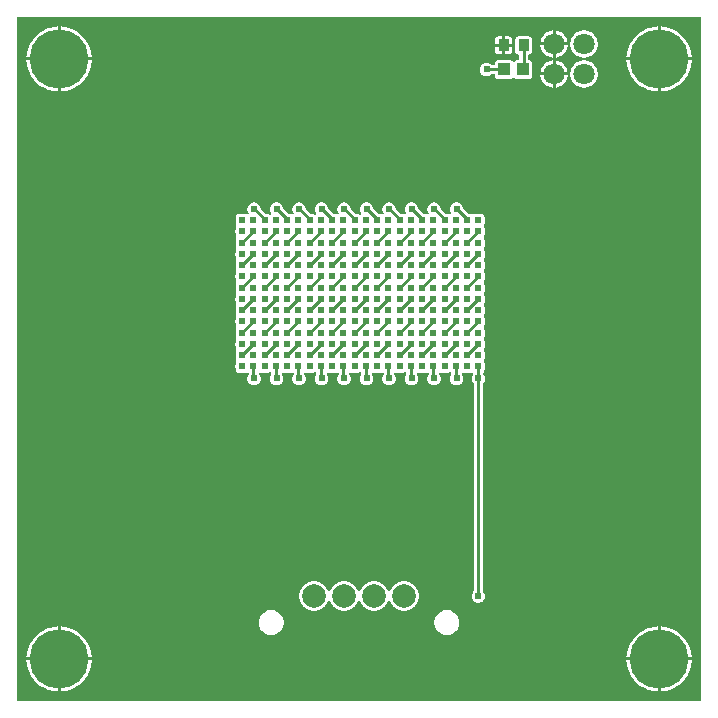
<source format=gtl>
G04 Layer: TopLayer*
G04 EasyEDA v6.5.34, 2023-09-20 23:46:50*
G04 f0f59a666a6c4c9db337fc43e0a80986,5a6b42c53f6a479593ecc07194224c93,10*
G04 Gerber Generator version 0.2*
G04 Scale: 100 percent, Rotated: No, Reflected: No *
G04 Dimensions in millimeters *
G04 leading zeros omitted , absolute positions ,4 integer and 5 decimal *
%FSLAX45Y45*%
%MOMM*%

%ADD10C,0.2540*%
%ADD11R,0.5500X0.5500*%
%ADD12R,1.0000X1.1000*%
%ADD13R,0.8999X1.0000*%
%ADD14C,5.0000*%
%ADD15C,1.8000*%
%ADD16C,2.0000*%
%ADD17C,0.6096*%
%ADD18C,0.0104*%

%LPD*%
G36*
X5805932Y25908D02*
G01*
X36068Y26416D01*
X32156Y27178D01*
X28905Y29362D01*
X26670Y32664D01*
X25908Y36576D01*
X25908Y5805932D01*
X26670Y5809792D01*
X28905Y5813094D01*
X32156Y5815330D01*
X36068Y5816092D01*
X5805932Y5816092D01*
X5809792Y5815330D01*
X5813094Y5813094D01*
X5815330Y5809792D01*
X5816092Y5805932D01*
X5816092Y36068D01*
X5815330Y32156D01*
X5813094Y28905D01*
X5809792Y26670D01*
G37*

%LPC*%
G36*
X4584700Y5600700D02*
G01*
X4687062Y5600700D01*
X4686960Y5602528D01*
X4684268Y5616803D01*
X4679746Y5630672D01*
X4673549Y5643829D01*
X4665776Y5656122D01*
X4656480Y5667349D01*
X4645863Y5677306D01*
X4634077Y5685840D01*
X4621326Y5692851D01*
X4607814Y5698236D01*
X4593691Y5701842D01*
X4584700Y5702960D01*
G37*
G36*
X393700Y105562D02*
G01*
X398322Y105664D01*
X421284Y108051D01*
X443992Y112369D01*
X466242Y118618D01*
X487883Y126644D01*
X508812Y136499D01*
X528828Y148031D01*
X547776Y161239D01*
X565607Y175971D01*
X582117Y192125D01*
X597204Y209600D01*
X610819Y228295D01*
X622757Y248107D01*
X633018Y268782D01*
X641553Y290271D01*
X648208Y312369D01*
X653034Y334975D01*
X655929Y357886D01*
X656336Y368300D01*
X393700Y368300D01*
G37*
G36*
X5448300Y105613D02*
G01*
X5448300Y368300D01*
X5185410Y368300D01*
X5187289Y346405D01*
X5191099Y323646D01*
X5196890Y301244D01*
X5204460Y279450D01*
X5213858Y258317D01*
X5224983Y238099D01*
X5237784Y218846D01*
X5252161Y200710D01*
X5267960Y183896D01*
X5285130Y168402D01*
X5303520Y154432D01*
X5323027Y142036D01*
X5343499Y131368D01*
X5364835Y122377D01*
X5386781Y115265D01*
X5409285Y109982D01*
X5432145Y106629D01*
G37*
G36*
X368300Y105613D02*
G01*
X368300Y368300D01*
X105410Y368300D01*
X107289Y346405D01*
X111099Y323646D01*
X116890Y301244D01*
X124460Y279450D01*
X133858Y258317D01*
X144983Y238099D01*
X157784Y218846D01*
X172161Y200710D01*
X187960Y183896D01*
X205130Y168402D01*
X223520Y154432D01*
X243027Y142036D01*
X263499Y131368D01*
X284835Y122377D01*
X306781Y115265D01*
X329285Y109982D01*
X352145Y106629D01*
G37*
G36*
X5473700Y393700D02*
G01*
X5736336Y393700D01*
X5735929Y404063D01*
X5733034Y427024D01*
X5728208Y449630D01*
X5721553Y471728D01*
X5713018Y493217D01*
X5702757Y513892D01*
X5690819Y533654D01*
X5677204Y552348D01*
X5662117Y569874D01*
X5645607Y586028D01*
X5627776Y600760D01*
X5608828Y613968D01*
X5588812Y625500D01*
X5567883Y635355D01*
X5546242Y643382D01*
X5523992Y649630D01*
X5501284Y653948D01*
X5478322Y656336D01*
X5473700Y656437D01*
G37*
G36*
X393700Y393700D02*
G01*
X656336Y393700D01*
X655929Y404063D01*
X653034Y427024D01*
X648208Y449630D01*
X641553Y471728D01*
X633018Y493217D01*
X622757Y513892D01*
X610819Y533654D01*
X597204Y552348D01*
X582117Y569874D01*
X565607Y586028D01*
X547776Y600760D01*
X528828Y613968D01*
X508812Y625500D01*
X487883Y635355D01*
X466242Y643382D01*
X443992Y649630D01*
X421284Y653948D01*
X398322Y656336D01*
X393700Y656437D01*
G37*
G36*
X5185410Y393700D02*
G01*
X5448300Y393700D01*
X5448300Y656386D01*
X5432145Y655370D01*
X5409285Y652018D01*
X5386781Y646734D01*
X5364835Y639572D01*
X5343499Y630631D01*
X5323027Y619912D01*
X5303520Y607568D01*
X5285130Y593598D01*
X5267960Y578104D01*
X5252161Y561289D01*
X5237784Y543153D01*
X5224983Y523900D01*
X5213858Y503682D01*
X5204460Y482549D01*
X5196890Y460756D01*
X5191099Y438353D01*
X5187289Y415594D01*
G37*
G36*
X105410Y393700D02*
G01*
X368300Y393700D01*
X368300Y656386D01*
X352145Y655370D01*
X329285Y652018D01*
X306781Y646734D01*
X284835Y639572D01*
X263499Y630631D01*
X243027Y619912D01*
X223520Y607568D01*
X205130Y593598D01*
X187960Y578104D01*
X172161Y561289D01*
X157784Y543153D01*
X144983Y523900D01*
X133858Y503682D01*
X124460Y482549D01*
X116890Y460756D01*
X111099Y438353D01*
X107289Y415594D01*
G37*
G36*
X2177440Y583488D02*
G01*
X2191258Y584403D01*
X2204821Y587095D01*
X2217978Y591566D01*
X2230374Y597662D01*
X2241905Y605383D01*
X2252319Y614527D01*
X2261463Y624941D01*
X2269134Y636422D01*
X2275281Y648868D01*
X2279700Y661974D01*
X2282444Y675538D01*
X2283307Y689356D01*
X2282444Y703224D01*
X2279700Y716788D01*
X2275281Y729894D01*
X2269134Y742340D01*
X2261463Y753821D01*
X2252319Y764235D01*
X2241905Y773379D01*
X2230374Y781100D01*
X2217978Y787196D01*
X2204821Y791667D01*
X2191258Y794359D01*
X2177440Y795274D01*
X2163622Y794359D01*
X2150059Y791667D01*
X2136902Y787196D01*
X2124506Y781100D01*
X2112975Y773379D01*
X2102561Y764235D01*
X2093417Y753821D01*
X2085746Y742340D01*
X2079599Y729894D01*
X2075180Y716788D01*
X2072436Y703224D01*
X2071573Y689356D01*
X2072436Y675538D01*
X2075180Y661974D01*
X2079599Y648868D01*
X2085746Y636422D01*
X2093417Y624941D01*
X2102561Y614527D01*
X2112975Y605383D01*
X2124506Y597662D01*
X2136902Y591566D01*
X2150059Y587095D01*
X2163622Y584403D01*
G37*
G36*
X3664559Y583488D02*
G01*
X3678377Y584403D01*
X3691940Y587095D01*
X3705047Y591566D01*
X3717493Y597662D01*
X3728974Y605383D01*
X3739387Y614527D01*
X3748532Y624941D01*
X3756253Y636422D01*
X3762349Y648868D01*
X3766820Y661974D01*
X3769512Y675538D01*
X3770426Y689356D01*
X3769512Y703224D01*
X3766820Y716788D01*
X3762349Y729894D01*
X3756253Y742340D01*
X3748532Y753821D01*
X3739387Y764235D01*
X3728974Y773379D01*
X3717493Y781100D01*
X3705047Y787196D01*
X3691940Y791667D01*
X3678377Y794359D01*
X3664559Y795274D01*
X3650691Y794359D01*
X3637127Y791667D01*
X3624021Y787196D01*
X3611575Y781100D01*
X3600094Y773379D01*
X3589680Y764235D01*
X3580536Y753821D01*
X3572814Y742340D01*
X3566718Y729894D01*
X3562248Y716788D01*
X3559556Y703224D01*
X3558641Y689356D01*
X3559556Y675538D01*
X3562248Y661974D01*
X3566718Y648868D01*
X3572814Y636422D01*
X3580536Y624941D01*
X3589680Y614527D01*
X3600094Y605383D01*
X3611575Y597662D01*
X3624021Y591566D01*
X3637127Y587095D01*
X3650691Y584403D01*
G37*
G36*
X2540000Y788517D02*
G01*
X2555189Y789432D01*
X2570124Y792175D01*
X2584653Y796696D01*
X2598521Y802894D01*
X2611526Y810768D01*
X2623464Y820166D01*
X2634234Y830884D01*
X2643581Y842873D01*
X2651455Y855878D01*
X2657754Y869797D01*
X2659938Y872947D01*
X2663190Y875080D01*
X2667000Y875792D01*
X2670810Y875080D01*
X2674010Y872947D01*
X2676245Y869797D01*
X2682544Y855878D01*
X2690368Y842873D01*
X2699766Y830884D01*
X2710535Y820166D01*
X2722473Y810768D01*
X2735478Y802894D01*
X2749346Y796696D01*
X2763875Y792175D01*
X2778810Y789432D01*
X2794000Y788517D01*
X2809189Y789432D01*
X2824124Y792175D01*
X2838653Y796696D01*
X2852521Y802894D01*
X2865526Y810768D01*
X2877464Y820166D01*
X2888234Y830884D01*
X2897581Y842873D01*
X2905455Y855878D01*
X2911754Y869797D01*
X2913938Y872947D01*
X2917190Y875080D01*
X2921000Y875792D01*
X2924810Y875080D01*
X2928010Y872947D01*
X2930245Y869797D01*
X2936544Y855878D01*
X2944368Y842873D01*
X2953766Y830884D01*
X2964535Y820166D01*
X2976473Y810768D01*
X2989478Y802894D01*
X3003346Y796696D01*
X3017875Y792175D01*
X3032810Y789432D01*
X3048000Y788517D01*
X3063189Y789432D01*
X3078124Y792175D01*
X3092653Y796696D01*
X3106521Y802894D01*
X3119526Y810768D01*
X3131464Y820166D01*
X3142234Y830884D01*
X3151581Y842873D01*
X3159455Y855878D01*
X3165754Y869797D01*
X3167938Y872947D01*
X3171190Y875080D01*
X3175000Y875792D01*
X3178810Y875080D01*
X3182010Y872947D01*
X3184245Y869797D01*
X3190544Y855878D01*
X3198368Y842873D01*
X3207766Y830884D01*
X3218535Y820166D01*
X3230473Y810768D01*
X3243478Y802894D01*
X3257346Y796696D01*
X3271875Y792175D01*
X3286810Y789432D01*
X3302000Y788517D01*
X3317189Y789432D01*
X3332124Y792175D01*
X3346653Y796696D01*
X3360521Y802894D01*
X3373526Y810768D01*
X3385464Y820166D01*
X3396234Y830884D01*
X3405581Y842873D01*
X3413455Y855878D01*
X3419703Y869746D01*
X3424224Y884275D01*
X3426968Y899210D01*
X3427882Y914400D01*
X3426968Y929538D01*
X3424224Y944524D01*
X3419703Y959002D01*
X3413455Y972870D01*
X3405581Y985875D01*
X3396234Y997864D01*
X3385464Y1008634D01*
X3373526Y1017981D01*
X3360521Y1025855D01*
X3346653Y1032103D01*
X3332124Y1036624D01*
X3317189Y1039368D01*
X3302000Y1040282D01*
X3286810Y1039368D01*
X3271875Y1036624D01*
X3257346Y1032103D01*
X3243478Y1025855D01*
X3230473Y1017981D01*
X3218535Y1008634D01*
X3207766Y997864D01*
X3198368Y985875D01*
X3190544Y972870D01*
X3184245Y958951D01*
X3182010Y955802D01*
X3178810Y953719D01*
X3175000Y952957D01*
X3171190Y953719D01*
X3167938Y955802D01*
X3165754Y958951D01*
X3159455Y972870D01*
X3151581Y985875D01*
X3142234Y997864D01*
X3131464Y1008634D01*
X3119526Y1017981D01*
X3106521Y1025855D01*
X3092653Y1032103D01*
X3078124Y1036624D01*
X3063189Y1039368D01*
X3048000Y1040282D01*
X3032810Y1039368D01*
X3017875Y1036624D01*
X3003346Y1032103D01*
X2989478Y1025855D01*
X2976473Y1017981D01*
X2964535Y1008634D01*
X2953766Y997864D01*
X2944368Y985875D01*
X2936544Y972870D01*
X2930245Y958951D01*
X2928010Y955802D01*
X2924810Y953719D01*
X2921000Y952957D01*
X2917190Y953719D01*
X2913938Y955802D01*
X2911754Y958951D01*
X2905455Y972870D01*
X2897581Y985875D01*
X2888234Y997864D01*
X2877464Y1008634D01*
X2865526Y1017981D01*
X2852521Y1025855D01*
X2838653Y1032103D01*
X2824124Y1036624D01*
X2809189Y1039368D01*
X2794000Y1040282D01*
X2778810Y1039368D01*
X2763875Y1036624D01*
X2749346Y1032103D01*
X2735478Y1025855D01*
X2722473Y1017981D01*
X2710535Y1008634D01*
X2699766Y997864D01*
X2690368Y985875D01*
X2682544Y972870D01*
X2676245Y958951D01*
X2674010Y955802D01*
X2670810Y953719D01*
X2667000Y952957D01*
X2663190Y953719D01*
X2659938Y955802D01*
X2657754Y958951D01*
X2651455Y972870D01*
X2643581Y985875D01*
X2634234Y997864D01*
X2623464Y1008634D01*
X2611526Y1017981D01*
X2598521Y1025855D01*
X2584653Y1032103D01*
X2570124Y1036624D01*
X2555189Y1039368D01*
X2540000Y1040282D01*
X2524810Y1039368D01*
X2509875Y1036624D01*
X2495346Y1032103D01*
X2481478Y1025855D01*
X2468473Y1017981D01*
X2456535Y1008634D01*
X2445766Y997864D01*
X2436368Y985875D01*
X2428544Y972870D01*
X2422296Y959002D01*
X2417775Y944524D01*
X2415032Y929538D01*
X2414117Y914400D01*
X2415032Y899210D01*
X2417775Y884275D01*
X2422296Y869746D01*
X2428544Y855878D01*
X2436368Y842873D01*
X2445766Y830884D01*
X2456535Y820166D01*
X2468473Y810768D01*
X2481478Y802894D01*
X2495346Y796696D01*
X2509875Y792175D01*
X2524810Y789432D01*
G37*
G36*
X4456887Y5600700D02*
G01*
X4559300Y5600700D01*
X4559300Y5702960D01*
X4550257Y5701842D01*
X4536186Y5698236D01*
X4522673Y5692851D01*
X4509922Y5685840D01*
X4498136Y5677306D01*
X4487519Y5667349D01*
X4478223Y5656122D01*
X4470450Y5643829D01*
X4464253Y5630672D01*
X4459732Y5616803D01*
X4457039Y5602528D01*
G37*
G36*
X4156811Y5588000D02*
G01*
X4214977Y5588000D01*
X4214977Y5624728D01*
X4214266Y5631027D01*
X4212386Y5636514D01*
X4209288Y5641390D01*
X4205173Y5645505D01*
X4200296Y5648553D01*
X4194860Y5650484D01*
X4188510Y5651195D01*
X4156811Y5651195D01*
G37*
G36*
X4073194Y5588000D02*
G01*
X4131411Y5588000D01*
X4131411Y5651195D01*
X4099661Y5651195D01*
X4093362Y5650484D01*
X4087876Y5648553D01*
X4082999Y5645505D01*
X4078884Y5641390D01*
X4075785Y5636514D01*
X4073906Y5631027D01*
X4073194Y5624728D01*
G37*
G36*
X3930396Y858062D02*
G01*
X3940200Y858926D01*
X3949700Y861466D01*
X3958590Y865581D01*
X3966616Y871219D01*
X3973576Y878179D01*
X3979214Y886206D01*
X3983380Y895146D01*
X3985920Y904595D01*
X3986784Y914400D01*
X3985920Y924204D01*
X3983380Y933653D01*
X3979214Y942594D01*
X3973576Y950620D01*
X3972001Y952195D01*
X3969765Y955497D01*
X3969004Y959408D01*
X3969004Y2710891D01*
X3969765Y2714802D01*
X3972001Y2718054D01*
X3973576Y2719679D01*
X3979214Y2727706D01*
X3983380Y2736646D01*
X3985920Y2746095D01*
X3986784Y2755900D01*
X3985920Y2765704D01*
X3983380Y2775153D01*
X3979214Y2784094D01*
X3973576Y2792120D01*
X3972001Y2793695D01*
X3969664Y2797302D01*
X3969054Y2801569D01*
X3970223Y2805684D01*
X3978148Y2813913D01*
X3981196Y2818790D01*
X3983126Y2824276D01*
X3983837Y2830576D01*
X3983837Y2884474D01*
X3983126Y2890774D01*
X3981196Y2896260D01*
X3979113Y2899613D01*
X3977690Y2903118D01*
X3977690Y2906928D01*
X3979113Y2910433D01*
X3981196Y2913786D01*
X3983126Y2919272D01*
X3983837Y2925572D01*
X3983837Y2933547D01*
X3984193Y2936189D01*
X3985920Y2942742D01*
X3986784Y2952496D01*
X3985920Y2962300D01*
X3984193Y2968853D01*
X3983837Y2971495D01*
X3983837Y2979470D01*
X3983126Y2985770D01*
X3981196Y2991256D01*
X3978910Y2994863D01*
X3977538Y2998368D01*
X3977538Y3002178D01*
X3978910Y3005683D01*
X3981196Y3009290D01*
X3983126Y3014776D01*
X3983837Y3021076D01*
X3983837Y3074974D01*
X3983126Y3081274D01*
X3981196Y3086760D01*
X3979113Y3090113D01*
X3977690Y3093618D01*
X3977690Y3097428D01*
X3979113Y3100933D01*
X3981196Y3104286D01*
X3983126Y3109772D01*
X3983837Y3116072D01*
X3983837Y3124047D01*
X3984193Y3126689D01*
X3985920Y3133242D01*
X3986784Y3142996D01*
X3985920Y3152800D01*
X3984193Y3159353D01*
X3983837Y3161995D01*
X3983837Y3169970D01*
X3983126Y3176270D01*
X3981196Y3181756D01*
X3978910Y3185363D01*
X3977538Y3188868D01*
X3977538Y3192678D01*
X3978910Y3196183D01*
X3981196Y3199790D01*
X3983126Y3205276D01*
X3983837Y3211576D01*
X3983837Y3265474D01*
X3983126Y3271774D01*
X3981196Y3277260D01*
X3979113Y3280613D01*
X3977690Y3284118D01*
X3977690Y3287928D01*
X3979113Y3291433D01*
X3981196Y3294786D01*
X3983126Y3300272D01*
X3983837Y3306572D01*
X3983837Y3314547D01*
X3984193Y3317189D01*
X3985920Y3323742D01*
X3986784Y3333496D01*
X3985920Y3343300D01*
X3984193Y3349853D01*
X3983837Y3352444D01*
X3983837Y3360470D01*
X3983126Y3366770D01*
X3981196Y3372256D01*
X3978910Y3375863D01*
X3977538Y3379368D01*
X3977538Y3383178D01*
X3978910Y3386683D01*
X3981196Y3390290D01*
X3983126Y3395776D01*
X3983837Y3402076D01*
X3983837Y3455974D01*
X3983126Y3462274D01*
X3981196Y3467760D01*
X3979113Y3471113D01*
X3977690Y3474618D01*
X3977690Y3478428D01*
X3979113Y3481933D01*
X3981196Y3485286D01*
X3983126Y3490772D01*
X3983837Y3497072D01*
X3983837Y3505047D01*
X3984193Y3507689D01*
X3985920Y3514242D01*
X3986784Y3523996D01*
X3985920Y3533800D01*
X3984193Y3540353D01*
X3983837Y3542995D01*
X3983837Y3550970D01*
X3983126Y3557270D01*
X3981196Y3562756D01*
X3978910Y3566363D01*
X3977538Y3569868D01*
X3977538Y3573678D01*
X3978910Y3577183D01*
X3981196Y3580790D01*
X3983126Y3586276D01*
X3983837Y3592576D01*
X3983837Y3646474D01*
X3983126Y3652774D01*
X3981196Y3658260D01*
X3979113Y3661613D01*
X3977690Y3665118D01*
X3977690Y3668928D01*
X3979113Y3672433D01*
X3981196Y3675786D01*
X3983126Y3681272D01*
X3983837Y3687572D01*
X3983837Y3695547D01*
X3984193Y3698189D01*
X3985920Y3704742D01*
X3986784Y3714496D01*
X3985920Y3724300D01*
X3984193Y3730853D01*
X3983837Y3733444D01*
X3983837Y3741470D01*
X3983126Y3747770D01*
X3981196Y3753256D01*
X3978910Y3756863D01*
X3977538Y3760368D01*
X3977538Y3764178D01*
X3978910Y3767683D01*
X3981196Y3771290D01*
X3983126Y3776776D01*
X3983837Y3783076D01*
X3983837Y3836974D01*
X3983126Y3843274D01*
X3981196Y3848760D01*
X3979113Y3852113D01*
X3977690Y3855618D01*
X3977690Y3859428D01*
X3979113Y3862933D01*
X3981196Y3866286D01*
X3983126Y3871772D01*
X3983837Y3878072D01*
X3983837Y3886047D01*
X3984193Y3888689D01*
X3985920Y3895242D01*
X3986784Y3904996D01*
X3985920Y3914800D01*
X3984193Y3921353D01*
X3983837Y3923995D01*
X3983837Y3931970D01*
X3983126Y3938270D01*
X3981196Y3943756D01*
X3978910Y3947363D01*
X3977538Y3950868D01*
X3977538Y3954678D01*
X3978910Y3958183D01*
X3981196Y3961790D01*
X3983126Y3967276D01*
X3983837Y3973576D01*
X3983837Y4027474D01*
X3983126Y4033774D01*
X3981196Y4039260D01*
X3979113Y4042613D01*
X3977690Y4046118D01*
X3977690Y4049928D01*
X3979113Y4053433D01*
X3981196Y4056786D01*
X3983126Y4062272D01*
X3983837Y4068572D01*
X3983837Y4076547D01*
X3984193Y4079189D01*
X3985920Y4085742D01*
X3986784Y4095496D01*
X3985920Y4105300D01*
X3984193Y4111853D01*
X3983837Y4114444D01*
X3983837Y4122470D01*
X3983126Y4128770D01*
X3981196Y4134256D01*
X3978148Y4139133D01*
X3974033Y4143248D01*
X3969156Y4146296D01*
X3963670Y4148226D01*
X3957370Y4148937D01*
X3949344Y4148937D01*
X3946702Y4149293D01*
X3940251Y4151020D01*
X3930446Y4151884D01*
X3920642Y4151020D01*
X3914190Y4149293D01*
X3911549Y4148937D01*
X3903522Y4148937D01*
X3897172Y4148226D01*
X3891737Y4146296D01*
X3888333Y4144162D01*
X3884828Y4142790D01*
X3881069Y4142790D01*
X3877513Y4144162D01*
X3874160Y4146296D01*
X3868674Y4148226D01*
X3862374Y4148937D01*
X3847388Y4148937D01*
X3843477Y4149699D01*
X3840175Y4151884D01*
X3805631Y4186478D01*
X3803599Y4189374D01*
X3802684Y4192778D01*
X3801973Y4200804D01*
X3799433Y4210253D01*
X3795318Y4219194D01*
X3789679Y4227220D01*
X3782720Y4234180D01*
X3774694Y4239818D01*
X3765753Y4243933D01*
X3756304Y4246473D01*
X3746500Y4247337D01*
X3736695Y4246473D01*
X3727246Y4243933D01*
X3718306Y4239818D01*
X3710279Y4234180D01*
X3703320Y4227220D01*
X3697681Y4219194D01*
X3693566Y4210253D01*
X3691026Y4200804D01*
X3690162Y4191000D01*
X3691026Y4181195D01*
X3693566Y4171746D01*
X3697681Y4162806D01*
X3700576Y4158742D01*
X3702151Y4155135D01*
X3702253Y4151172D01*
X3700830Y4147464D01*
X3698087Y4144619D01*
X3694480Y4142994D01*
X3690518Y4142892D01*
X3686860Y4144314D01*
X3683660Y4146296D01*
X3678174Y4148226D01*
X3671874Y4148937D01*
X3656888Y4148937D01*
X3652977Y4149699D01*
X3649675Y4151884D01*
X3615131Y4186478D01*
X3613099Y4189374D01*
X3612184Y4192778D01*
X3611473Y4200804D01*
X3608933Y4210253D01*
X3604818Y4219194D01*
X3599179Y4227220D01*
X3592220Y4234180D01*
X3584194Y4239818D01*
X3575253Y4243933D01*
X3565804Y4246473D01*
X3556000Y4247337D01*
X3546195Y4246473D01*
X3536746Y4243933D01*
X3527806Y4239818D01*
X3519779Y4234180D01*
X3512820Y4227220D01*
X3507181Y4219194D01*
X3503066Y4210253D01*
X3500526Y4200804D01*
X3499662Y4191000D01*
X3500526Y4181195D01*
X3503066Y4171746D01*
X3507181Y4162806D01*
X3510076Y4158742D01*
X3511651Y4155135D01*
X3511753Y4151172D01*
X3510330Y4147464D01*
X3507587Y4144619D01*
X3503980Y4142994D01*
X3500018Y4142892D01*
X3496360Y4144314D01*
X3493160Y4146296D01*
X3487674Y4148226D01*
X3481374Y4148937D01*
X3466388Y4148937D01*
X3462477Y4149699D01*
X3459175Y4151884D01*
X3424631Y4186478D01*
X3422599Y4189374D01*
X3421684Y4192778D01*
X3420973Y4200804D01*
X3418433Y4210253D01*
X3414318Y4219194D01*
X3408679Y4227220D01*
X3401720Y4234180D01*
X3393694Y4239818D01*
X3384753Y4243933D01*
X3375304Y4246473D01*
X3365500Y4247337D01*
X3355695Y4246473D01*
X3346246Y4243933D01*
X3337306Y4239818D01*
X3329279Y4234180D01*
X3322320Y4227220D01*
X3316681Y4219194D01*
X3312566Y4210253D01*
X3310026Y4200804D01*
X3309162Y4191000D01*
X3310026Y4181195D01*
X3312566Y4171746D01*
X3316681Y4162806D01*
X3319576Y4158742D01*
X3321151Y4155135D01*
X3321253Y4151172D01*
X3319830Y4147464D01*
X3317087Y4144619D01*
X3313480Y4142994D01*
X3309518Y4142892D01*
X3305860Y4144314D01*
X3302660Y4146296D01*
X3297174Y4148226D01*
X3290874Y4148937D01*
X3275888Y4148937D01*
X3271977Y4149699D01*
X3268675Y4151884D01*
X3234131Y4186478D01*
X3232099Y4189374D01*
X3231184Y4192778D01*
X3230473Y4200804D01*
X3227933Y4210253D01*
X3223818Y4219194D01*
X3218180Y4227220D01*
X3211220Y4234180D01*
X3203194Y4239818D01*
X3194253Y4243933D01*
X3184804Y4246473D01*
X3175000Y4247337D01*
X3165195Y4246473D01*
X3155746Y4243933D01*
X3146806Y4239818D01*
X3138779Y4234180D01*
X3131820Y4227220D01*
X3126181Y4219194D01*
X3122066Y4210253D01*
X3119526Y4200804D01*
X3118662Y4191000D01*
X3119526Y4181195D01*
X3122066Y4171746D01*
X3126181Y4162806D01*
X3129076Y4158742D01*
X3130651Y4155135D01*
X3130753Y4151172D01*
X3129330Y4147464D01*
X3126587Y4144619D01*
X3122980Y4142994D01*
X3119018Y4142892D01*
X3115310Y4144314D01*
X3112160Y4146296D01*
X3106674Y4148226D01*
X3100374Y4148937D01*
X3085388Y4148937D01*
X3081477Y4149699D01*
X3078175Y4151884D01*
X3043631Y4186478D01*
X3041599Y4189374D01*
X3040684Y4192778D01*
X3039973Y4200804D01*
X3037433Y4210253D01*
X3033318Y4219194D01*
X3027680Y4227220D01*
X3020720Y4234180D01*
X3012694Y4239818D01*
X3003753Y4243933D01*
X2994304Y4246473D01*
X2984500Y4247337D01*
X2974695Y4246473D01*
X2965246Y4243933D01*
X2956306Y4239818D01*
X2948279Y4234180D01*
X2941320Y4227220D01*
X2935681Y4219194D01*
X2931566Y4210253D01*
X2929026Y4200804D01*
X2928162Y4191000D01*
X2929026Y4181195D01*
X2931566Y4171746D01*
X2935681Y4162806D01*
X2938576Y4158742D01*
X2940151Y4155135D01*
X2940253Y4151172D01*
X2938830Y4147464D01*
X2936087Y4144619D01*
X2932480Y4142994D01*
X2928518Y4142892D01*
X2924810Y4144314D01*
X2921660Y4146296D01*
X2916174Y4148226D01*
X2909874Y4148937D01*
X2894888Y4148937D01*
X2890977Y4149699D01*
X2887675Y4151884D01*
X2853131Y4186478D01*
X2851099Y4189374D01*
X2850184Y4192778D01*
X2849473Y4200804D01*
X2846933Y4210253D01*
X2842818Y4219194D01*
X2837180Y4227220D01*
X2830220Y4234180D01*
X2822194Y4239818D01*
X2813253Y4243933D01*
X2803804Y4246473D01*
X2794000Y4247337D01*
X2784195Y4246473D01*
X2774746Y4243933D01*
X2765806Y4239818D01*
X2757779Y4234180D01*
X2750820Y4227220D01*
X2745181Y4219194D01*
X2741066Y4210253D01*
X2738526Y4200804D01*
X2737662Y4191000D01*
X2738526Y4181195D01*
X2741066Y4171746D01*
X2745181Y4162806D01*
X2748076Y4158742D01*
X2749651Y4155135D01*
X2749753Y4151172D01*
X2748330Y4147464D01*
X2745587Y4144619D01*
X2741980Y4142994D01*
X2738018Y4142892D01*
X2734310Y4144314D01*
X2731160Y4146296D01*
X2725674Y4148226D01*
X2719374Y4148937D01*
X2704388Y4148937D01*
X2700477Y4149699D01*
X2697175Y4151884D01*
X2662631Y4186478D01*
X2660599Y4189374D01*
X2659684Y4192778D01*
X2658973Y4200804D01*
X2656433Y4210253D01*
X2652318Y4219194D01*
X2646680Y4227220D01*
X2639720Y4234180D01*
X2631694Y4239818D01*
X2622753Y4243933D01*
X2613304Y4246473D01*
X2603500Y4247337D01*
X2593695Y4246473D01*
X2584246Y4243933D01*
X2575306Y4239818D01*
X2567279Y4234180D01*
X2560320Y4227220D01*
X2554681Y4219194D01*
X2550566Y4210253D01*
X2548026Y4200804D01*
X2547162Y4191000D01*
X2548026Y4181195D01*
X2550566Y4171746D01*
X2554681Y4162806D01*
X2557576Y4158742D01*
X2559151Y4155135D01*
X2559253Y4151172D01*
X2557830Y4147464D01*
X2555087Y4144619D01*
X2551480Y4142994D01*
X2547518Y4142892D01*
X2543810Y4144314D01*
X2540660Y4146296D01*
X2535174Y4148226D01*
X2528874Y4148937D01*
X2513888Y4148937D01*
X2509977Y4149699D01*
X2506675Y4151884D01*
X2472131Y4186478D01*
X2470099Y4189374D01*
X2469184Y4192778D01*
X2468473Y4200804D01*
X2465933Y4210253D01*
X2461818Y4219194D01*
X2456180Y4227220D01*
X2449220Y4234180D01*
X2441194Y4239818D01*
X2432253Y4243933D01*
X2422804Y4246473D01*
X2413000Y4247337D01*
X2403195Y4246473D01*
X2393746Y4243933D01*
X2384806Y4239818D01*
X2376779Y4234180D01*
X2369820Y4227220D01*
X2364181Y4219194D01*
X2360066Y4210253D01*
X2357526Y4200804D01*
X2356662Y4191000D01*
X2357526Y4181195D01*
X2360066Y4171746D01*
X2364181Y4162806D01*
X2367076Y4158742D01*
X2368651Y4155135D01*
X2368753Y4151172D01*
X2367330Y4147464D01*
X2364587Y4144619D01*
X2360980Y4142994D01*
X2357018Y4142892D01*
X2353310Y4144314D01*
X2350160Y4146296D01*
X2344674Y4148226D01*
X2338374Y4148937D01*
X2323388Y4148937D01*
X2319477Y4149699D01*
X2316175Y4151884D01*
X2281631Y4186478D01*
X2279599Y4189374D01*
X2278684Y4192778D01*
X2277973Y4200804D01*
X2275433Y4210253D01*
X2271318Y4219194D01*
X2265680Y4227220D01*
X2258720Y4234180D01*
X2250694Y4239818D01*
X2241753Y4243933D01*
X2232304Y4246473D01*
X2222500Y4247337D01*
X2212695Y4246473D01*
X2203246Y4243933D01*
X2194306Y4239818D01*
X2186279Y4234180D01*
X2179320Y4227220D01*
X2173681Y4219194D01*
X2169566Y4210253D01*
X2167026Y4200804D01*
X2166162Y4191000D01*
X2167026Y4181195D01*
X2169566Y4171746D01*
X2173681Y4162806D01*
X2176576Y4158742D01*
X2178151Y4155135D01*
X2178253Y4151172D01*
X2176830Y4147464D01*
X2174087Y4144619D01*
X2170480Y4142994D01*
X2166518Y4142892D01*
X2162810Y4144314D01*
X2159660Y4146296D01*
X2154174Y4148226D01*
X2147874Y4148937D01*
X2132888Y4148937D01*
X2128977Y4149699D01*
X2125675Y4151884D01*
X2091131Y4186478D01*
X2089099Y4189374D01*
X2088184Y4192778D01*
X2087473Y4200804D01*
X2084933Y4210253D01*
X2080818Y4219194D01*
X2075180Y4227220D01*
X2068220Y4234180D01*
X2060193Y4239818D01*
X2051253Y4243933D01*
X2041804Y4246473D01*
X2032000Y4247337D01*
X2022195Y4246473D01*
X2012746Y4243933D01*
X2003806Y4239818D01*
X1995779Y4234180D01*
X1988820Y4227220D01*
X1983181Y4219194D01*
X1979066Y4210253D01*
X1976526Y4200804D01*
X1975662Y4191000D01*
X1976526Y4181195D01*
X1979066Y4171746D01*
X1983181Y4162806D01*
X1986076Y4158742D01*
X1987651Y4155135D01*
X1987753Y4151172D01*
X1986330Y4147464D01*
X1983587Y4144619D01*
X1979980Y4142994D01*
X1976018Y4142892D01*
X1972310Y4144314D01*
X1969160Y4146296D01*
X1963724Y4148226D01*
X1957374Y4148937D01*
X1903526Y4148937D01*
X1897176Y4148226D01*
X1891741Y4146296D01*
X1886813Y4143248D01*
X1882749Y4139133D01*
X1879650Y4134256D01*
X1877771Y4128770D01*
X1877060Y4122470D01*
X1877060Y4068572D01*
X1877771Y4062272D01*
X1879650Y4056786D01*
X1881784Y4053433D01*
X1883156Y4049928D01*
X1883156Y4046118D01*
X1881784Y4042613D01*
X1879650Y4039260D01*
X1877771Y4033774D01*
X1877060Y4027474D01*
X1877060Y4019448D01*
X1876704Y4016806D01*
X1874926Y4010304D01*
X1874062Y4000500D01*
X1874926Y3990695D01*
X1876704Y3984193D01*
X1877060Y3981551D01*
X1877060Y3973576D01*
X1877771Y3967276D01*
X1879650Y3961790D01*
X1881936Y3958183D01*
X1883308Y3954678D01*
X1883308Y3950868D01*
X1881936Y3947363D01*
X1879650Y3943756D01*
X1877771Y3938270D01*
X1877060Y3931970D01*
X1877060Y3878072D01*
X1877771Y3871772D01*
X1879650Y3866286D01*
X1881784Y3862933D01*
X1883156Y3859428D01*
X1883156Y3855618D01*
X1881784Y3852113D01*
X1879650Y3848760D01*
X1877771Y3843274D01*
X1877060Y3836974D01*
X1877060Y3828948D01*
X1876704Y3826306D01*
X1874926Y3819804D01*
X1874062Y3810000D01*
X1874926Y3800195D01*
X1876704Y3793693D01*
X1877060Y3791051D01*
X1877060Y3783076D01*
X1877771Y3776776D01*
X1879650Y3771290D01*
X1881936Y3767683D01*
X1883308Y3764178D01*
X1883308Y3760368D01*
X1881936Y3756863D01*
X1879650Y3753256D01*
X1877771Y3747770D01*
X1877060Y3741470D01*
X1877060Y3687572D01*
X1877771Y3681272D01*
X1879650Y3675786D01*
X1881784Y3672433D01*
X1883156Y3668928D01*
X1883156Y3665118D01*
X1881784Y3661613D01*
X1879650Y3658260D01*
X1877771Y3652774D01*
X1877060Y3646474D01*
X1877060Y3638448D01*
X1876704Y3635806D01*
X1874926Y3629304D01*
X1874062Y3619500D01*
X1874926Y3609695D01*
X1876704Y3603193D01*
X1877060Y3600551D01*
X1877060Y3592576D01*
X1877771Y3586276D01*
X1879650Y3580790D01*
X1881936Y3577183D01*
X1883308Y3573678D01*
X1883308Y3569868D01*
X1881936Y3566363D01*
X1879650Y3562756D01*
X1877771Y3557270D01*
X1877060Y3550970D01*
X1877060Y3497072D01*
X1877771Y3490772D01*
X1879650Y3485286D01*
X1881784Y3481933D01*
X1883156Y3478428D01*
X1883156Y3474618D01*
X1881784Y3471113D01*
X1879650Y3467760D01*
X1877771Y3462274D01*
X1877060Y3455974D01*
X1877060Y3447948D01*
X1876704Y3445306D01*
X1874926Y3438804D01*
X1874062Y3429000D01*
X1874926Y3419195D01*
X1876704Y3412693D01*
X1877060Y3410051D01*
X1877060Y3402076D01*
X1877771Y3395776D01*
X1879650Y3390290D01*
X1881936Y3386683D01*
X1883308Y3383178D01*
X1883308Y3379368D01*
X1881936Y3375863D01*
X1879650Y3372256D01*
X1877771Y3366770D01*
X1877060Y3360470D01*
X1877060Y3306572D01*
X1877771Y3300272D01*
X1879650Y3294786D01*
X1881784Y3291433D01*
X1883156Y3287928D01*
X1883156Y3284118D01*
X1881784Y3280613D01*
X1879650Y3277260D01*
X1877771Y3271774D01*
X1877060Y3265474D01*
X1877060Y3257448D01*
X1876704Y3254806D01*
X1874926Y3248304D01*
X1874062Y3238500D01*
X1874926Y3228695D01*
X1876704Y3222193D01*
X1877060Y3219551D01*
X1877060Y3211576D01*
X1877771Y3205276D01*
X1879650Y3199790D01*
X1881936Y3196183D01*
X1883308Y3192678D01*
X1883308Y3188868D01*
X1881936Y3185363D01*
X1879650Y3181756D01*
X1877771Y3176270D01*
X1877060Y3169970D01*
X1877060Y3116072D01*
X1877771Y3109772D01*
X1879650Y3104286D01*
X1881784Y3100933D01*
X1883156Y3097428D01*
X1883156Y3093618D01*
X1881784Y3090113D01*
X1879650Y3086760D01*
X1877771Y3081274D01*
X1877060Y3074974D01*
X1877060Y3066948D01*
X1876704Y3064306D01*
X1874926Y3057804D01*
X1874062Y3048000D01*
X1874926Y3038195D01*
X1876704Y3031693D01*
X1877060Y3029051D01*
X1877060Y3021076D01*
X1877771Y3014776D01*
X1879650Y3009290D01*
X1881936Y3005683D01*
X1883308Y3002178D01*
X1883308Y2998368D01*
X1881936Y2994863D01*
X1879650Y2991256D01*
X1877771Y2985770D01*
X1877060Y2979470D01*
X1877060Y2925572D01*
X1877771Y2919272D01*
X1879650Y2913786D01*
X1881784Y2910433D01*
X1883156Y2906928D01*
X1883156Y2903118D01*
X1881784Y2899613D01*
X1879650Y2896260D01*
X1877771Y2890774D01*
X1877060Y2884474D01*
X1877060Y2876448D01*
X1876704Y2873806D01*
X1874926Y2867304D01*
X1874062Y2857500D01*
X1874926Y2847695D01*
X1876704Y2841193D01*
X1877060Y2838551D01*
X1877060Y2830576D01*
X1877771Y2824276D01*
X1879650Y2818790D01*
X1882749Y2813913D01*
X1886813Y2809798D01*
X1891741Y2806750D01*
X1897176Y2804820D01*
X1903526Y2804109D01*
X1911400Y2804109D01*
X1914042Y2803753D01*
X1920646Y2802026D01*
X1930450Y2801162D01*
X1940204Y2802026D01*
X1946808Y2803753D01*
X1949450Y2804109D01*
X1957374Y2804109D01*
X1963674Y2804820D01*
X1969160Y2806750D01*
X1971243Y2808071D01*
X1975307Y2809544D01*
X1979574Y2809189D01*
X1983333Y2807106D01*
X1985924Y2803652D01*
X1986838Y2799435D01*
X1986838Y2792425D01*
X1986330Y2789377D01*
X1984959Y2786634D01*
X1983181Y2784094D01*
X1979066Y2775153D01*
X1976526Y2765704D01*
X1975662Y2755900D01*
X1976526Y2746095D01*
X1979066Y2736646D01*
X1983181Y2727706D01*
X1988820Y2719679D01*
X1995779Y2712720D01*
X2003806Y2707081D01*
X2012746Y2702966D01*
X2022195Y2700426D01*
X2032000Y2699562D01*
X2041804Y2700426D01*
X2051253Y2702966D01*
X2060193Y2707081D01*
X2068220Y2712720D01*
X2075180Y2719679D01*
X2080818Y2727706D01*
X2084933Y2736646D01*
X2087473Y2746095D01*
X2088337Y2755900D01*
X2087473Y2765704D01*
X2084933Y2775153D01*
X2080818Y2784094D01*
X2077364Y2789021D01*
X2075789Y2792526D01*
X2075637Y2796387D01*
X2076957Y2800045D01*
X2079498Y2802890D01*
X2082952Y2804617D01*
X2086813Y2804922D01*
X2094026Y2804109D01*
X2101900Y2804109D01*
X2104542Y2803753D01*
X2111146Y2802026D01*
X2120950Y2801162D01*
X2130704Y2802026D01*
X2137308Y2803753D01*
X2139950Y2804109D01*
X2147874Y2804109D01*
X2154174Y2804820D01*
X2159660Y2806750D01*
X2161743Y2808071D01*
X2165807Y2809544D01*
X2170074Y2809189D01*
X2173833Y2807106D01*
X2176424Y2803652D01*
X2177338Y2799435D01*
X2177338Y2792425D01*
X2176830Y2789377D01*
X2175459Y2786634D01*
X2173681Y2784094D01*
X2169566Y2775153D01*
X2167026Y2765704D01*
X2166162Y2755900D01*
X2167026Y2746095D01*
X2169566Y2736646D01*
X2173681Y2727706D01*
X2179320Y2719679D01*
X2186279Y2712720D01*
X2194306Y2707081D01*
X2203246Y2702966D01*
X2212695Y2700426D01*
X2222500Y2699562D01*
X2232304Y2700426D01*
X2241753Y2702966D01*
X2250694Y2707081D01*
X2258720Y2712720D01*
X2265680Y2719679D01*
X2271318Y2727706D01*
X2275433Y2736646D01*
X2277973Y2746095D01*
X2278837Y2755900D01*
X2277973Y2765704D01*
X2275433Y2775153D01*
X2271318Y2784094D01*
X2267864Y2789021D01*
X2266289Y2792526D01*
X2266137Y2796387D01*
X2267458Y2800045D01*
X2269998Y2802890D01*
X2273452Y2804617D01*
X2277313Y2804922D01*
X2284526Y2804109D01*
X2292400Y2804109D01*
X2295042Y2803753D01*
X2301646Y2802026D01*
X2311450Y2801162D01*
X2321204Y2802026D01*
X2327808Y2803753D01*
X2330450Y2804109D01*
X2338374Y2804109D01*
X2344674Y2804820D01*
X2350160Y2806750D01*
X2352243Y2808071D01*
X2356307Y2809544D01*
X2360574Y2809189D01*
X2364333Y2807106D01*
X2366924Y2803652D01*
X2367838Y2799435D01*
X2367838Y2792425D01*
X2367330Y2789377D01*
X2365959Y2786634D01*
X2364181Y2784094D01*
X2360066Y2775153D01*
X2357526Y2765704D01*
X2356662Y2755900D01*
X2357526Y2746095D01*
X2360066Y2736646D01*
X2364181Y2727706D01*
X2369820Y2719679D01*
X2376779Y2712720D01*
X2384806Y2707081D01*
X2393746Y2702966D01*
X2403195Y2700426D01*
X2413000Y2699562D01*
X2422804Y2700426D01*
X2432253Y2702966D01*
X2441194Y2707081D01*
X2449220Y2712720D01*
X2456180Y2719679D01*
X2461818Y2727706D01*
X2465933Y2736646D01*
X2468473Y2746095D01*
X2469337Y2755900D01*
X2468473Y2765704D01*
X2465933Y2775153D01*
X2461818Y2784094D01*
X2458364Y2789021D01*
X2456789Y2792526D01*
X2456637Y2796387D01*
X2457958Y2800045D01*
X2460498Y2802890D01*
X2463952Y2804617D01*
X2467813Y2804922D01*
X2475026Y2804109D01*
X2482900Y2804109D01*
X2485542Y2803753D01*
X2492146Y2802026D01*
X2501950Y2801162D01*
X2511704Y2802026D01*
X2518308Y2803753D01*
X2520950Y2804109D01*
X2528874Y2804109D01*
X2535174Y2804820D01*
X2540660Y2806750D01*
X2542743Y2808071D01*
X2546807Y2809544D01*
X2551074Y2809189D01*
X2554833Y2807106D01*
X2557424Y2803652D01*
X2558338Y2799435D01*
X2558338Y2792425D01*
X2557830Y2789377D01*
X2556459Y2786634D01*
X2554681Y2784094D01*
X2550566Y2775153D01*
X2548026Y2765704D01*
X2547162Y2755900D01*
X2548026Y2746095D01*
X2550566Y2736646D01*
X2554681Y2727706D01*
X2560320Y2719679D01*
X2567279Y2712720D01*
X2575306Y2707081D01*
X2584246Y2702966D01*
X2593695Y2700426D01*
X2603500Y2699562D01*
X2613304Y2700426D01*
X2622753Y2702966D01*
X2631694Y2707081D01*
X2639720Y2712720D01*
X2646680Y2719679D01*
X2652318Y2727706D01*
X2656433Y2736646D01*
X2658973Y2746095D01*
X2659837Y2755900D01*
X2658973Y2765704D01*
X2656433Y2775153D01*
X2652318Y2784094D01*
X2648864Y2789021D01*
X2647289Y2792526D01*
X2647137Y2796387D01*
X2648458Y2800045D01*
X2650998Y2802890D01*
X2654452Y2804617D01*
X2658313Y2804922D01*
X2665526Y2804109D01*
X2673400Y2804109D01*
X2676042Y2803753D01*
X2682646Y2802026D01*
X2692450Y2801162D01*
X2702204Y2802026D01*
X2708808Y2803753D01*
X2711450Y2804109D01*
X2719374Y2804109D01*
X2725674Y2804820D01*
X2731160Y2806750D01*
X2733243Y2808071D01*
X2737307Y2809544D01*
X2741574Y2809189D01*
X2745333Y2807106D01*
X2747924Y2803652D01*
X2748838Y2799435D01*
X2748838Y2792425D01*
X2748330Y2789377D01*
X2746959Y2786634D01*
X2745181Y2784094D01*
X2741066Y2775153D01*
X2738526Y2765704D01*
X2737662Y2755900D01*
X2738526Y2746095D01*
X2741066Y2736646D01*
X2745181Y2727706D01*
X2750820Y2719679D01*
X2757779Y2712720D01*
X2765806Y2707081D01*
X2774746Y2702966D01*
X2784195Y2700426D01*
X2794000Y2699562D01*
X2803804Y2700426D01*
X2813253Y2702966D01*
X2822194Y2707081D01*
X2830220Y2712720D01*
X2837180Y2719679D01*
X2842818Y2727706D01*
X2846933Y2736646D01*
X2849473Y2746095D01*
X2850337Y2755900D01*
X2849473Y2765704D01*
X2846933Y2775153D01*
X2842818Y2784094D01*
X2839364Y2789021D01*
X2837789Y2792526D01*
X2837637Y2796387D01*
X2838958Y2800045D01*
X2841498Y2802890D01*
X2844952Y2804617D01*
X2848813Y2804922D01*
X2856026Y2804109D01*
X2863900Y2804109D01*
X2866542Y2803753D01*
X2873146Y2802026D01*
X2882950Y2801162D01*
X2892704Y2802026D01*
X2899308Y2803753D01*
X2901950Y2804109D01*
X2909874Y2804109D01*
X2916174Y2804820D01*
X2921660Y2806750D01*
X2923743Y2808071D01*
X2927807Y2809544D01*
X2932074Y2809189D01*
X2935833Y2807106D01*
X2938424Y2803652D01*
X2939338Y2799435D01*
X2939338Y2792425D01*
X2938830Y2789377D01*
X2937459Y2786634D01*
X2935681Y2784094D01*
X2931566Y2775153D01*
X2929026Y2765704D01*
X2928162Y2755900D01*
X2929026Y2746095D01*
X2931566Y2736646D01*
X2935681Y2727706D01*
X2941320Y2719679D01*
X2948279Y2712720D01*
X2956306Y2707081D01*
X2965246Y2702966D01*
X2974695Y2700426D01*
X2984500Y2699562D01*
X2994304Y2700426D01*
X3003753Y2702966D01*
X3012694Y2707081D01*
X3020720Y2712720D01*
X3027680Y2719679D01*
X3033318Y2727706D01*
X3037433Y2736646D01*
X3039973Y2746095D01*
X3040837Y2755900D01*
X3039973Y2765704D01*
X3037433Y2775153D01*
X3033318Y2784094D01*
X3029864Y2789021D01*
X3028289Y2792526D01*
X3028137Y2796387D01*
X3029458Y2800045D01*
X3031998Y2802890D01*
X3035452Y2804617D01*
X3039313Y2804922D01*
X3046526Y2804109D01*
X3054400Y2804109D01*
X3057042Y2803753D01*
X3063646Y2802026D01*
X3073450Y2801162D01*
X3083204Y2802026D01*
X3089808Y2803753D01*
X3092450Y2804109D01*
X3100374Y2804109D01*
X3106674Y2804820D01*
X3112160Y2806750D01*
X3114243Y2808071D01*
X3118307Y2809544D01*
X3122574Y2809189D01*
X3126333Y2807106D01*
X3128924Y2803652D01*
X3129838Y2799435D01*
X3129838Y2792425D01*
X3129330Y2789377D01*
X3127959Y2786634D01*
X3126181Y2784094D01*
X3122066Y2775153D01*
X3119526Y2765704D01*
X3118662Y2755900D01*
X3119526Y2746095D01*
X3122066Y2736646D01*
X3126181Y2727706D01*
X3131820Y2719679D01*
X3138779Y2712720D01*
X3146806Y2707081D01*
X3155746Y2702966D01*
X3165195Y2700426D01*
X3175000Y2699562D01*
X3184804Y2700426D01*
X3194253Y2702966D01*
X3203194Y2707081D01*
X3211220Y2712720D01*
X3218180Y2719679D01*
X3223818Y2727706D01*
X3227933Y2736646D01*
X3230473Y2746095D01*
X3231337Y2755900D01*
X3230473Y2765704D01*
X3227933Y2775153D01*
X3223818Y2784094D01*
X3220364Y2789021D01*
X3218789Y2792526D01*
X3218637Y2796387D01*
X3219958Y2800045D01*
X3222498Y2802890D01*
X3225952Y2804617D01*
X3229813Y2804922D01*
X3237026Y2804109D01*
X3244900Y2804109D01*
X3247542Y2803753D01*
X3254146Y2802026D01*
X3263900Y2801162D01*
X3273704Y2802026D01*
X3280308Y2803753D01*
X3282950Y2804109D01*
X3290874Y2804109D01*
X3297174Y2804820D01*
X3302660Y2806750D01*
X3304743Y2808071D01*
X3308807Y2809544D01*
X3313074Y2809189D01*
X3316833Y2807106D01*
X3319424Y2803652D01*
X3320287Y2799435D01*
X3320287Y2792425D01*
X3319830Y2789377D01*
X3318459Y2786583D01*
X3316681Y2784094D01*
X3312566Y2775153D01*
X3310026Y2765704D01*
X3309162Y2755900D01*
X3310026Y2746095D01*
X3312566Y2736646D01*
X3316681Y2727706D01*
X3322320Y2719679D01*
X3329279Y2712720D01*
X3337306Y2707081D01*
X3346246Y2702966D01*
X3355695Y2700426D01*
X3365500Y2699562D01*
X3375304Y2700426D01*
X3384753Y2702966D01*
X3393694Y2707081D01*
X3401720Y2712720D01*
X3408679Y2719679D01*
X3414318Y2727706D01*
X3418433Y2736646D01*
X3420973Y2746095D01*
X3421837Y2755900D01*
X3420973Y2765704D01*
X3418433Y2775153D01*
X3414318Y2784094D01*
X3410864Y2789021D01*
X3409289Y2792526D01*
X3409137Y2796387D01*
X3410458Y2800045D01*
X3412998Y2802890D01*
X3416452Y2804617D01*
X3420313Y2804922D01*
X3427526Y2804109D01*
X3435400Y2804109D01*
X3438042Y2803753D01*
X3444646Y2802026D01*
X3454400Y2801162D01*
X3464204Y2802026D01*
X3470808Y2803753D01*
X3473450Y2804109D01*
X3481374Y2804109D01*
X3487674Y2804820D01*
X3493160Y2806750D01*
X3495243Y2808071D01*
X3499307Y2809544D01*
X3503574Y2809189D01*
X3507333Y2807106D01*
X3509924Y2803652D01*
X3510787Y2799435D01*
X3510787Y2792425D01*
X3510330Y2789377D01*
X3508959Y2786583D01*
X3507181Y2784094D01*
X3503066Y2775153D01*
X3500526Y2765704D01*
X3499662Y2755900D01*
X3500526Y2746095D01*
X3503066Y2736646D01*
X3507181Y2727706D01*
X3512820Y2719679D01*
X3519779Y2712720D01*
X3527806Y2707081D01*
X3536746Y2702966D01*
X3546195Y2700426D01*
X3556000Y2699562D01*
X3565804Y2700426D01*
X3575253Y2702966D01*
X3584194Y2707081D01*
X3592220Y2712720D01*
X3599179Y2719679D01*
X3604818Y2727706D01*
X3608933Y2736646D01*
X3611473Y2746095D01*
X3612337Y2755900D01*
X3611473Y2765704D01*
X3608933Y2775153D01*
X3604818Y2784094D01*
X3601364Y2789021D01*
X3599789Y2792526D01*
X3599637Y2796387D01*
X3600958Y2800045D01*
X3603498Y2802890D01*
X3606952Y2804617D01*
X3610813Y2804922D01*
X3618026Y2804109D01*
X3625900Y2804109D01*
X3628542Y2803753D01*
X3635146Y2802026D01*
X3644900Y2801162D01*
X3654704Y2802026D01*
X3661308Y2803753D01*
X3663950Y2804109D01*
X3671874Y2804109D01*
X3678174Y2804820D01*
X3683660Y2806750D01*
X3685743Y2808071D01*
X3689807Y2809544D01*
X3694074Y2809189D01*
X3697833Y2807106D01*
X3700424Y2803652D01*
X3701287Y2799435D01*
X3701287Y2792425D01*
X3700830Y2789377D01*
X3699459Y2786634D01*
X3697681Y2784094D01*
X3693566Y2775153D01*
X3691026Y2765704D01*
X3690162Y2755900D01*
X3691026Y2746095D01*
X3693566Y2736646D01*
X3697681Y2727706D01*
X3703320Y2719679D01*
X3710279Y2712720D01*
X3718306Y2707081D01*
X3727246Y2702966D01*
X3736695Y2700426D01*
X3746500Y2699562D01*
X3756304Y2700426D01*
X3765753Y2702966D01*
X3774694Y2707081D01*
X3782720Y2712720D01*
X3789679Y2719679D01*
X3795318Y2727706D01*
X3799433Y2736646D01*
X3801973Y2746095D01*
X3802837Y2755900D01*
X3801973Y2765704D01*
X3799433Y2775153D01*
X3795318Y2784094D01*
X3791864Y2789021D01*
X3790289Y2792526D01*
X3790137Y2796387D01*
X3791458Y2800045D01*
X3793998Y2802890D01*
X3797452Y2804617D01*
X3801313Y2804922D01*
X3808526Y2804109D01*
X3816400Y2804109D01*
X3819042Y2803753D01*
X3825646Y2802026D01*
X3835400Y2801162D01*
X3845204Y2802026D01*
X3851808Y2803753D01*
X3854450Y2804109D01*
X3862374Y2804109D01*
X3868674Y2804820D01*
X3875278Y2807157D01*
X3879494Y2807716D01*
X3883558Y2806496D01*
X3886758Y2803753D01*
X3888587Y2799892D01*
X3888638Y2795676D01*
X3887012Y2791764D01*
X3881628Y2784094D01*
X3877462Y2775153D01*
X3874922Y2765704D01*
X3874058Y2755900D01*
X3874922Y2746095D01*
X3877462Y2736646D01*
X3881628Y2727706D01*
X3887266Y2719679D01*
X3888790Y2718104D01*
X3891026Y2714802D01*
X3891787Y2710942D01*
X3891787Y959358D01*
X3891026Y955497D01*
X3888790Y952195D01*
X3887266Y950620D01*
X3881628Y942594D01*
X3877462Y933653D01*
X3874922Y924204D01*
X3874058Y914400D01*
X3874922Y904595D01*
X3877462Y895146D01*
X3881628Y886206D01*
X3887266Y878179D01*
X3894175Y871219D01*
X3902252Y865581D01*
X3911142Y861466D01*
X3920642Y858926D01*
G37*
G36*
X4156811Y5499404D02*
G01*
X4188510Y5499404D01*
X4194860Y5500116D01*
X4200296Y5501995D01*
X4205173Y5505094D01*
X4209288Y5509158D01*
X4212386Y5514086D01*
X4214266Y5519521D01*
X4214977Y5525871D01*
X4214977Y5562600D01*
X4156811Y5562600D01*
G37*
G36*
X4099661Y5499404D02*
G01*
X4131411Y5499404D01*
X4131411Y5562600D01*
X4073194Y5562600D01*
X4073194Y5525871D01*
X4073906Y5519521D01*
X4075785Y5514086D01*
X4078884Y5509158D01*
X4082999Y5505094D01*
X4087876Y5501995D01*
X4093362Y5500116D01*
G37*
G36*
X5185410Y5473700D02*
G01*
X5448300Y5473700D01*
X5448300Y5736386D01*
X5432145Y5735370D01*
X5409285Y5732018D01*
X5386781Y5726734D01*
X5364835Y5719572D01*
X5343499Y5710631D01*
X5323027Y5699912D01*
X5303520Y5687568D01*
X5285130Y5673598D01*
X5267960Y5658104D01*
X5252161Y5641289D01*
X5237784Y5623153D01*
X5224983Y5603900D01*
X5213858Y5583682D01*
X5204460Y5562549D01*
X5196890Y5540756D01*
X5191099Y5518353D01*
X5187289Y5495594D01*
G37*
G36*
X105410Y5473700D02*
G01*
X368300Y5473700D01*
X368300Y5736386D01*
X352145Y5735370D01*
X329285Y5732018D01*
X306781Y5726734D01*
X284835Y5719572D01*
X263499Y5710631D01*
X243027Y5699912D01*
X223520Y5687568D01*
X205130Y5673598D01*
X187960Y5658104D01*
X172161Y5641289D01*
X157784Y5623153D01*
X144983Y5603900D01*
X133858Y5583682D01*
X124460Y5562549D01*
X116890Y5540756D01*
X111099Y5518353D01*
X107289Y5495594D01*
G37*
G36*
X5473700Y5473700D02*
G01*
X5736336Y5473700D01*
X5735929Y5484063D01*
X5733034Y5507024D01*
X5728208Y5529630D01*
X5721553Y5551728D01*
X5713018Y5573217D01*
X5702757Y5593892D01*
X5690819Y5613654D01*
X5677204Y5632348D01*
X5662117Y5649874D01*
X5645607Y5666028D01*
X5627776Y5680760D01*
X5608828Y5693968D01*
X5588812Y5705500D01*
X5567883Y5715355D01*
X5546242Y5723382D01*
X5523992Y5729630D01*
X5501284Y5733948D01*
X5478322Y5736336D01*
X5473700Y5736437D01*
G37*
G36*
X393700Y5473700D02*
G01*
X656336Y5473700D01*
X655929Y5484063D01*
X653034Y5507024D01*
X648208Y5529630D01*
X641553Y5551728D01*
X633018Y5573217D01*
X622757Y5593892D01*
X610819Y5613654D01*
X597204Y5632348D01*
X582117Y5649874D01*
X565607Y5666028D01*
X547776Y5680760D01*
X528828Y5693968D01*
X508812Y5705500D01*
X487883Y5715355D01*
X466242Y5723382D01*
X443992Y5729630D01*
X421284Y5733948D01*
X398322Y5736336D01*
X393700Y5736437D01*
G37*
G36*
X4559300Y5473039D02*
G01*
X4559300Y5575300D01*
X4456887Y5575300D01*
X4457039Y5573471D01*
X4459732Y5559196D01*
X4464253Y5545328D01*
X4470450Y5532170D01*
X4478223Y5519877D01*
X4487519Y5508650D01*
X4498136Y5498693D01*
X4509922Y5490159D01*
X4522673Y5483148D01*
X4536186Y5477764D01*
X4550257Y5474157D01*
G37*
G36*
X4584700Y5473039D02*
G01*
X4593691Y5474157D01*
X4607814Y5477764D01*
X4621326Y5483148D01*
X4634077Y5490159D01*
X4645863Y5498693D01*
X4656480Y5508650D01*
X4665776Y5519877D01*
X4673549Y5532170D01*
X4679746Y5545328D01*
X4684268Y5559196D01*
X4686960Y5573471D01*
X4687062Y5575300D01*
X4584700Y5575300D01*
G37*
G36*
X4818735Y5472328D02*
G01*
X4833264Y5472328D01*
X4847691Y5474157D01*
X4861814Y5477764D01*
X4875326Y5483148D01*
X4888077Y5490159D01*
X4899863Y5498693D01*
X4910480Y5508650D01*
X4919776Y5519877D01*
X4927549Y5532170D01*
X4933746Y5545328D01*
X4938268Y5559196D01*
X4940960Y5573471D01*
X4941874Y5588000D01*
X4940960Y5602528D01*
X4938268Y5616803D01*
X4933746Y5630672D01*
X4927549Y5643829D01*
X4919776Y5656122D01*
X4910480Y5667349D01*
X4899863Y5677306D01*
X4888077Y5685840D01*
X4875326Y5692851D01*
X4861814Y5698236D01*
X4847691Y5701842D01*
X4833264Y5703671D01*
X4818735Y5703671D01*
X4804257Y5701842D01*
X4790186Y5698236D01*
X4776673Y5692851D01*
X4763922Y5685840D01*
X4752136Y5677306D01*
X4741519Y5667349D01*
X4732223Y5656122D01*
X4724450Y5643829D01*
X4718253Y5630672D01*
X4713732Y5616803D01*
X4711039Y5602528D01*
X4710125Y5588000D01*
X4711039Y5573471D01*
X4713732Y5559196D01*
X4718253Y5545328D01*
X4724450Y5532170D01*
X4732223Y5519877D01*
X4741519Y5508650D01*
X4752136Y5498693D01*
X4763922Y5490159D01*
X4776673Y5483148D01*
X4790186Y5477764D01*
X4804257Y5474157D01*
G37*
G36*
X4584700Y5346700D02*
G01*
X4687062Y5346700D01*
X4686960Y5348528D01*
X4684268Y5362803D01*
X4679746Y5376672D01*
X4673549Y5389829D01*
X4665776Y5402122D01*
X4656480Y5413349D01*
X4645863Y5423306D01*
X4634077Y5431840D01*
X4621326Y5438851D01*
X4607814Y5444236D01*
X4593691Y5447842D01*
X4584700Y5448960D01*
G37*
G36*
X4456887Y5346700D02*
G01*
X4559300Y5346700D01*
X4559300Y5448960D01*
X4550257Y5447842D01*
X4536186Y5444236D01*
X4522673Y5438851D01*
X4509922Y5431840D01*
X4498136Y5423306D01*
X4487519Y5413349D01*
X4478223Y5402122D01*
X4470450Y5389829D01*
X4464253Y5376672D01*
X4459732Y5362803D01*
X4457039Y5348528D01*
G37*
G36*
X4099661Y5291175D02*
G01*
X4198518Y5291175D01*
X4204868Y5291886D01*
X4210304Y5293817D01*
X4215231Y5296916D01*
X4219295Y5300980D01*
X4220514Y5302859D01*
X4223308Y5305806D01*
X4227068Y5307431D01*
X4231132Y5307431D01*
X4234891Y5305806D01*
X4237685Y5302859D01*
X4238904Y5300980D01*
X4242968Y5296916D01*
X4247896Y5293817D01*
X4253331Y5291886D01*
X4259681Y5291175D01*
X4358538Y5291175D01*
X4364837Y5291886D01*
X4370324Y5293817D01*
X4375200Y5296916D01*
X4379315Y5300980D01*
X4382363Y5305907D01*
X4384294Y5311343D01*
X4385005Y5317693D01*
X4385005Y5426506D01*
X4384294Y5432856D01*
X4382363Y5438292D01*
X4379315Y5443220D01*
X4375200Y5447284D01*
X4370324Y5450382D01*
X4364837Y5452313D01*
X4361738Y5452668D01*
X4358182Y5453735D01*
X4355287Y5455970D01*
X4353356Y5459120D01*
X4352696Y5462727D01*
X4352696Y5489651D01*
X4353356Y5493258D01*
X4355287Y5496407D01*
X4358182Y5498693D01*
X4361738Y5499760D01*
X4364837Y5500116D01*
X4370273Y5501995D01*
X4375200Y5505094D01*
X4379264Y5509158D01*
X4382363Y5514086D01*
X4384294Y5519521D01*
X4385005Y5525871D01*
X4385005Y5624728D01*
X4384294Y5631027D01*
X4382363Y5636514D01*
X4379264Y5641390D01*
X4375200Y5645505D01*
X4370273Y5648553D01*
X4364837Y5650484D01*
X4358538Y5651195D01*
X4269638Y5651195D01*
X4263339Y5650484D01*
X4257903Y5648553D01*
X4252976Y5645505D01*
X4248912Y5641390D01*
X4245813Y5636514D01*
X4243882Y5631027D01*
X4243171Y5624728D01*
X4243171Y5525871D01*
X4243882Y5519521D01*
X4245813Y5514086D01*
X4248912Y5509158D01*
X4252976Y5505094D01*
X4257903Y5501995D01*
X4263339Y5500116D01*
X4266438Y5499760D01*
X4269994Y5498693D01*
X4272889Y5496407D01*
X4274820Y5493258D01*
X4275480Y5489651D01*
X4275480Y5463184D01*
X4274718Y5459272D01*
X4272483Y5455970D01*
X4269232Y5453786D01*
X4265320Y5453024D01*
X4259681Y5453024D01*
X4253331Y5452313D01*
X4247896Y5450382D01*
X4242968Y5447284D01*
X4238904Y5443220D01*
X4237685Y5441340D01*
X4234891Y5438394D01*
X4231132Y5436768D01*
X4227068Y5436768D01*
X4223308Y5438394D01*
X4220514Y5441340D01*
X4219295Y5443220D01*
X4215231Y5447284D01*
X4210304Y5450382D01*
X4204868Y5452313D01*
X4198518Y5453024D01*
X4099661Y5453024D01*
X4093362Y5452313D01*
X4087876Y5450382D01*
X4082999Y5447284D01*
X4078884Y5443220D01*
X4075836Y5438292D01*
X4073906Y5432856D01*
X4073194Y5426506D01*
X4073194Y5420868D01*
X4072432Y5416956D01*
X4070197Y5413705D01*
X4066895Y5411470D01*
X4063034Y5410708D01*
X4045508Y5410708D01*
X4041597Y5411470D01*
X4038295Y5413705D01*
X4036720Y5415280D01*
X4028694Y5420918D01*
X4019753Y5425033D01*
X4010304Y5427573D01*
X4000500Y5428437D01*
X3990695Y5427573D01*
X3981246Y5425033D01*
X3972306Y5420918D01*
X3964279Y5415280D01*
X3957320Y5408320D01*
X3951681Y5400294D01*
X3947566Y5391353D01*
X3945026Y5381904D01*
X3944162Y5372100D01*
X3945026Y5362295D01*
X3947566Y5352846D01*
X3951681Y5343906D01*
X3957320Y5335879D01*
X3964279Y5328920D01*
X3972306Y5323281D01*
X3981246Y5319166D01*
X3990695Y5316626D01*
X4000500Y5315762D01*
X4010304Y5316626D01*
X4019753Y5319166D01*
X4028694Y5323281D01*
X4036720Y5328920D01*
X4038295Y5330494D01*
X4041597Y5332730D01*
X4045508Y5333492D01*
X4063034Y5333492D01*
X4066895Y5332730D01*
X4070197Y5330494D01*
X4072432Y5327192D01*
X4073194Y5323332D01*
X4073194Y5317693D01*
X4073906Y5311343D01*
X4075836Y5305907D01*
X4078884Y5300980D01*
X4082999Y5296916D01*
X4087876Y5293817D01*
X4093362Y5291886D01*
G37*
G36*
X4584700Y5219039D02*
G01*
X4593691Y5220157D01*
X4607814Y5223764D01*
X4621326Y5229148D01*
X4634077Y5236159D01*
X4645863Y5244693D01*
X4656480Y5254650D01*
X4665776Y5265877D01*
X4673549Y5278170D01*
X4679746Y5291328D01*
X4684268Y5305196D01*
X4686960Y5319471D01*
X4687062Y5321300D01*
X4584700Y5321300D01*
G37*
G36*
X4559300Y5219039D02*
G01*
X4559300Y5321300D01*
X4456887Y5321300D01*
X4457039Y5319471D01*
X4459732Y5305196D01*
X4464253Y5291328D01*
X4470450Y5278170D01*
X4478223Y5265877D01*
X4487519Y5254650D01*
X4498136Y5244693D01*
X4509922Y5236159D01*
X4522673Y5229148D01*
X4536186Y5223764D01*
X4550257Y5220157D01*
G37*
G36*
X4818735Y5218328D02*
G01*
X4833264Y5218328D01*
X4847691Y5220157D01*
X4861814Y5223764D01*
X4875326Y5229148D01*
X4888077Y5236159D01*
X4899863Y5244693D01*
X4910480Y5254650D01*
X4919776Y5265877D01*
X4927549Y5278170D01*
X4933746Y5291328D01*
X4938268Y5305196D01*
X4940960Y5319471D01*
X4941874Y5334000D01*
X4940960Y5348528D01*
X4938268Y5362803D01*
X4933746Y5376672D01*
X4927549Y5389829D01*
X4919776Y5402122D01*
X4910480Y5413349D01*
X4899863Y5423306D01*
X4888077Y5431840D01*
X4875326Y5438851D01*
X4861814Y5444236D01*
X4847691Y5447842D01*
X4833264Y5449671D01*
X4818735Y5449671D01*
X4804257Y5447842D01*
X4790186Y5444236D01*
X4776673Y5438851D01*
X4763922Y5431840D01*
X4752136Y5423306D01*
X4741519Y5413349D01*
X4732223Y5402122D01*
X4724450Y5389829D01*
X4718253Y5376672D01*
X4713732Y5362803D01*
X4711039Y5348528D01*
X4710125Y5334000D01*
X4711039Y5319471D01*
X4713732Y5305196D01*
X4718253Y5291328D01*
X4724450Y5278170D01*
X4732223Y5265877D01*
X4741519Y5254650D01*
X4752136Y5244693D01*
X4763922Y5236159D01*
X4776673Y5229148D01*
X4790186Y5223764D01*
X4804257Y5220157D01*
G37*
G36*
X5448300Y5185613D02*
G01*
X5448300Y5448300D01*
X5185410Y5448300D01*
X5187289Y5426405D01*
X5191099Y5403646D01*
X5196890Y5381244D01*
X5204460Y5359450D01*
X5213858Y5338318D01*
X5224983Y5318099D01*
X5237784Y5298846D01*
X5252161Y5280710D01*
X5267960Y5263896D01*
X5285130Y5248402D01*
X5303520Y5234432D01*
X5323027Y5222036D01*
X5343499Y5211368D01*
X5364835Y5202377D01*
X5386781Y5195265D01*
X5409285Y5189982D01*
X5432145Y5186629D01*
G37*
G36*
X368300Y5185613D02*
G01*
X368300Y5448300D01*
X105410Y5448300D01*
X107289Y5426405D01*
X111099Y5403646D01*
X116890Y5381244D01*
X124460Y5359450D01*
X133858Y5338318D01*
X144983Y5318099D01*
X157784Y5298846D01*
X172161Y5280710D01*
X187960Y5263896D01*
X205130Y5248402D01*
X223520Y5234432D01*
X243027Y5222036D01*
X263499Y5211368D01*
X284835Y5202377D01*
X306781Y5195265D01*
X329285Y5189982D01*
X352145Y5186629D01*
G37*
G36*
X393700Y5185562D02*
G01*
X398322Y5185664D01*
X421284Y5188051D01*
X443992Y5192369D01*
X466242Y5198618D01*
X487883Y5206644D01*
X508812Y5216499D01*
X528828Y5228031D01*
X547776Y5241239D01*
X565607Y5255971D01*
X582117Y5272125D01*
X597204Y5289600D01*
X610819Y5308295D01*
X622757Y5328107D01*
X633018Y5348782D01*
X641553Y5370271D01*
X648208Y5392369D01*
X653034Y5414975D01*
X655929Y5437886D01*
X656336Y5448300D01*
X393700Y5448300D01*
G37*
G36*
X5473700Y5185562D02*
G01*
X5478322Y5185664D01*
X5501284Y5188051D01*
X5523992Y5192369D01*
X5546242Y5198618D01*
X5567883Y5206644D01*
X5588812Y5216499D01*
X5608828Y5228031D01*
X5627776Y5241239D01*
X5645607Y5255971D01*
X5662117Y5272125D01*
X5677204Y5289600D01*
X5690819Y5308295D01*
X5702757Y5328107D01*
X5713018Y5348782D01*
X5721553Y5370271D01*
X5728208Y5392369D01*
X5733034Y5414975D01*
X5735929Y5437886D01*
X5736336Y5448300D01*
X5473700Y5448300D01*
G37*
G36*
X5473700Y105562D02*
G01*
X5478322Y105664D01*
X5501284Y108051D01*
X5523992Y112369D01*
X5546242Y118618D01*
X5567883Y126644D01*
X5588812Y136499D01*
X5608828Y148031D01*
X5627776Y161239D01*
X5645607Y175971D01*
X5662117Y192125D01*
X5677204Y209600D01*
X5690819Y228295D01*
X5702757Y248107D01*
X5713018Y268782D01*
X5721553Y290271D01*
X5728208Y312369D01*
X5733034Y334975D01*
X5735929Y357886D01*
X5736336Y368300D01*
X5473700Y368300D01*
G37*

%LPD*%
D10*
X4309071Y5372089D02*
G01*
X4314083Y5377093D01*
X4314083Y5575289D01*
X4153758Y5372089D02*
G01*
X4000489Y5372089D01*
X3835392Y2952539D02*
G01*
X3930388Y3048043D01*
X3835392Y3143039D02*
G01*
X3930388Y3238543D01*
X3835392Y3333539D02*
G01*
X3930388Y3429043D01*
X3835392Y3524039D02*
G01*
X3930388Y3619543D01*
X3835392Y3714539D02*
G01*
X3930388Y3810043D01*
X3835392Y3905039D02*
G01*
X3930388Y4000543D01*
X3835392Y4095516D02*
G01*
X3835392Y4102092D01*
X3746492Y4190992D01*
X3746492Y2755894D02*
G01*
X3739911Y2762476D01*
X3739911Y2857497D01*
X3644892Y2952539D02*
G01*
X3739888Y3048043D01*
X3644892Y3143039D02*
G01*
X3739888Y3238543D01*
X3644892Y3333539D02*
G01*
X3739888Y3429043D01*
X3644892Y3524039D02*
G01*
X3739888Y3619543D01*
X3644892Y3714539D02*
G01*
X3739888Y3810043D01*
X3644892Y3905039D02*
G01*
X3739888Y4000543D01*
X3644892Y4095516D02*
G01*
X3644892Y4102092D01*
X3555992Y4190992D01*
X3555992Y2755892D02*
G01*
X3549411Y2762473D01*
X3549411Y2857497D01*
X3454392Y2952539D02*
G01*
X3549388Y3048043D01*
X3454392Y3143039D02*
G01*
X3549388Y3238543D01*
X3454392Y3333539D02*
G01*
X3549388Y3429043D01*
X3454392Y3524039D02*
G01*
X3549388Y3619543D01*
X3454392Y3714539D02*
G01*
X3549388Y3810043D01*
X3454392Y3905039D02*
G01*
X3549388Y4000543D01*
X3454392Y4095516D02*
G01*
X3454392Y4102092D01*
X3365492Y4190992D01*
X3365492Y2755894D02*
G01*
X3358911Y2762476D01*
X3358911Y2857497D01*
X3263892Y2952539D02*
G01*
X3358888Y3048043D01*
X3263892Y3143039D02*
G01*
X3358888Y3238543D01*
X3263892Y3333539D02*
G01*
X3358888Y3429043D01*
X3263892Y3524039D02*
G01*
X3358888Y3619543D01*
X3263892Y3714539D02*
G01*
X3358888Y3810043D01*
X3263892Y3905039D02*
G01*
X3358888Y4000543D01*
X3073392Y2952539D02*
G01*
X3168388Y3048043D01*
X3073392Y3143039D02*
G01*
X3168388Y3238543D01*
X3073392Y3333539D02*
G01*
X3168388Y3429043D01*
X3073392Y3524039D02*
G01*
X3168388Y3619543D01*
X3073392Y3714539D02*
G01*
X3168388Y3810043D01*
X3073392Y3905039D02*
G01*
X3168388Y4000543D01*
X2882892Y2952539D02*
G01*
X2977888Y3048043D01*
X2882892Y3143039D02*
G01*
X2977888Y3238543D01*
X2882892Y3333539D02*
G01*
X2977888Y3429043D01*
X2882892Y3524039D02*
G01*
X2977888Y3619543D01*
X2882892Y3714539D02*
G01*
X2977888Y3810043D01*
X2882892Y3905039D02*
G01*
X2977888Y4000543D01*
X2692392Y2952539D02*
G01*
X2787388Y3048043D01*
X2692392Y3143039D02*
G01*
X2787388Y3238543D01*
X2692392Y3333539D02*
G01*
X2787388Y3429043D01*
X2692392Y3524039D02*
G01*
X2787388Y3619543D01*
X2692392Y3714539D02*
G01*
X2787388Y3810043D01*
X2692392Y3905039D02*
G01*
X2787388Y4000543D01*
X3263892Y4095516D02*
G01*
X3263892Y4102094D01*
X3174994Y4190992D01*
X3174994Y2755894D02*
G01*
X3168413Y2762476D01*
X3168413Y2857497D01*
X3073394Y4095516D02*
G01*
X3073394Y4102092D01*
X2984494Y4190992D01*
X2984494Y2755894D02*
G01*
X2977916Y2762473D01*
X2977916Y2857497D01*
X2882897Y4095516D02*
G01*
X2882897Y4102089D01*
X2793994Y4190992D01*
X2793994Y2755894D02*
G01*
X2787416Y2762473D01*
X2787416Y2857497D01*
X2501892Y2952539D02*
G01*
X2596888Y3048043D01*
X2501892Y3143039D02*
G01*
X2596888Y3238543D01*
X2501892Y3333539D02*
G01*
X2596888Y3429043D01*
X2501892Y3524039D02*
G01*
X2596888Y3619543D01*
X2501892Y3714539D02*
G01*
X2596888Y3810043D01*
X2501892Y3905039D02*
G01*
X2596888Y4000543D01*
X2311392Y2952539D02*
G01*
X2406388Y3048043D01*
X2311392Y3143039D02*
G01*
X2406388Y3238543D01*
X2311392Y3333539D02*
G01*
X2406388Y3429043D01*
X2311392Y3524039D02*
G01*
X2406388Y3619543D01*
X2311392Y3714539D02*
G01*
X2406388Y3810043D01*
X2311392Y3905039D02*
G01*
X2406388Y4000543D01*
X2120892Y2952539D02*
G01*
X2215888Y3048043D01*
X2120892Y3143039D02*
G01*
X2215888Y3238543D01*
X2120892Y3333539D02*
G01*
X2215888Y3429043D01*
X2120892Y3524039D02*
G01*
X2215888Y3619543D01*
X2120892Y3714539D02*
G01*
X2215888Y3810043D01*
X2120892Y3905039D02*
G01*
X2215888Y4000543D01*
X1930392Y2952539D02*
G01*
X2025388Y3048043D01*
X1930392Y3143039D02*
G01*
X2025388Y3238543D01*
X1930392Y3333539D02*
G01*
X2025388Y3429043D01*
X1930392Y3524039D02*
G01*
X2025388Y3619543D01*
X1930392Y3714539D02*
G01*
X2025388Y3810043D01*
X1930392Y3905039D02*
G01*
X2025388Y4000543D01*
X2120897Y4095516D02*
G01*
X2120897Y4102089D01*
X2031994Y4190992D01*
X2031994Y2755894D02*
G01*
X2025418Y2762470D01*
X2025418Y2857497D01*
X2311397Y4095516D02*
G01*
X2311397Y4102089D01*
X2222494Y4190992D01*
X2222494Y2755894D02*
G01*
X2215916Y2762473D01*
X2215916Y2857497D01*
X2501897Y4095516D02*
G01*
X2501897Y4102089D01*
X2412994Y4190992D01*
X2412994Y2755894D02*
G01*
X2406416Y2762473D01*
X2406416Y2857497D01*
X2692397Y4095516D02*
G01*
X2692397Y4102089D01*
X2603494Y4190992D01*
X2603494Y2755894D02*
G01*
X2596916Y2762473D01*
X2596916Y2857497D01*
X3930411Y2857497D02*
G01*
X3930411Y2755894D01*
X3930388Y914443D02*
G01*
X3930388Y2755943D01*
D11*
G01*
X1930392Y4000492D03*
G01*
X2025413Y4000492D03*
G01*
X2025413Y4095513D03*
G01*
X1930392Y4095513D03*
G01*
X1930392Y3809992D03*
G01*
X2025413Y3809992D03*
G01*
X2025413Y3905013D03*
G01*
X1930392Y3905013D03*
G01*
X1930392Y3428992D03*
G01*
X2025413Y3428992D03*
G01*
X2025413Y3524013D03*
G01*
X1930392Y3524013D03*
G01*
X1930392Y3619492D03*
G01*
X2025413Y3619492D03*
G01*
X2025413Y3714513D03*
G01*
X1930392Y3714513D03*
G01*
X1930392Y3047992D03*
G01*
X2025413Y3047992D03*
G01*
X2025413Y3143013D03*
G01*
X1930392Y3143013D03*
G01*
X1930392Y3238492D03*
G01*
X2025413Y3238492D03*
G01*
X2025413Y3333513D03*
G01*
X1930392Y3333513D03*
G01*
X1930392Y2857492D03*
G01*
X2025413Y2857492D03*
G01*
X2025413Y2952513D03*
G01*
X1930392Y2952513D03*
G01*
X2120892Y2857492D03*
G01*
X2215913Y2857492D03*
G01*
X2215913Y2952513D03*
G01*
X2120892Y2952513D03*
G01*
X2120892Y3238492D03*
G01*
X2215913Y3238492D03*
G01*
X2215913Y3333513D03*
G01*
X2120892Y3333513D03*
G01*
X2120892Y3047992D03*
G01*
X2215913Y3047992D03*
G01*
X2215913Y3143013D03*
G01*
X2120892Y3143013D03*
G01*
X2120892Y3619492D03*
G01*
X2215913Y3619492D03*
G01*
X2215913Y3714513D03*
G01*
X2120892Y3714513D03*
G01*
X2120892Y3428992D03*
G01*
X2215913Y3428992D03*
G01*
X2215913Y3524013D03*
G01*
X2120892Y3524013D03*
G01*
X2120892Y3809992D03*
G01*
X2215913Y3809992D03*
G01*
X2215913Y3905013D03*
G01*
X2120892Y3905013D03*
G01*
X2120892Y4000492D03*
G01*
X2215913Y4000492D03*
G01*
X2215913Y4095513D03*
G01*
X2120892Y4095513D03*
G01*
X2311392Y2857492D03*
G01*
X2406413Y2857492D03*
G01*
X2406413Y2952513D03*
G01*
X2311392Y2952513D03*
G01*
X2311392Y3238492D03*
G01*
X2406413Y3238492D03*
G01*
X2406413Y3333513D03*
G01*
X2311392Y3333513D03*
G01*
X2311392Y3047992D03*
G01*
X2406413Y3047992D03*
G01*
X2406413Y3143013D03*
G01*
X2311392Y3143013D03*
G01*
X2311392Y3619492D03*
G01*
X2406413Y3619492D03*
G01*
X2406413Y3714513D03*
G01*
X2311392Y3714513D03*
G01*
X2311392Y3428992D03*
G01*
X2406413Y3428992D03*
G01*
X2406413Y3524013D03*
G01*
X2311392Y3524013D03*
G01*
X2311392Y3809992D03*
G01*
X2406413Y3809992D03*
G01*
X2406413Y3905013D03*
G01*
X2311392Y3905013D03*
G01*
X2311392Y4000492D03*
G01*
X2406413Y4000492D03*
G01*
X2406413Y4095513D03*
G01*
X2311392Y4095513D03*
G01*
X2501892Y2857492D03*
G01*
X2596913Y2857492D03*
G01*
X2596913Y2952513D03*
G01*
X2501892Y2952513D03*
G01*
X2501892Y3238492D03*
G01*
X2596913Y3238492D03*
G01*
X2596913Y3333513D03*
G01*
X2501892Y3333513D03*
G01*
X2501892Y3047992D03*
G01*
X2596913Y3047992D03*
G01*
X2596913Y3143013D03*
G01*
X2501892Y3143013D03*
G01*
X2501892Y3619492D03*
G01*
X2596913Y3619492D03*
G01*
X2596913Y3714513D03*
G01*
X2501892Y3714513D03*
G01*
X2501892Y3428992D03*
G01*
X2596913Y3428992D03*
G01*
X2596913Y3524013D03*
G01*
X2501892Y3524013D03*
G01*
X2501892Y3809992D03*
G01*
X2596913Y3809992D03*
G01*
X2596913Y3905013D03*
G01*
X2501892Y3905013D03*
G01*
X2501892Y4000492D03*
G01*
X2596913Y4000492D03*
G01*
X2596913Y4095513D03*
G01*
X2501892Y4095513D03*
G01*
X2692392Y2857492D03*
G01*
X2787413Y2857492D03*
G01*
X2787413Y2952513D03*
G01*
X2692392Y2952513D03*
G01*
X2692392Y3238492D03*
G01*
X2787413Y3238492D03*
G01*
X2787413Y3333513D03*
G01*
X2692392Y3333513D03*
G01*
X2692392Y3047992D03*
G01*
X2787413Y3047992D03*
G01*
X2787413Y3143013D03*
G01*
X2692392Y3143013D03*
G01*
X2692392Y3619492D03*
G01*
X2787413Y3619492D03*
G01*
X2787413Y3714513D03*
G01*
X2692392Y3714513D03*
G01*
X2692392Y3428992D03*
G01*
X2787413Y3428992D03*
G01*
X2787413Y3524013D03*
G01*
X2692392Y3524013D03*
G01*
X2692392Y3809992D03*
G01*
X2787413Y3809992D03*
G01*
X2787413Y3905013D03*
G01*
X2692392Y3905013D03*
G01*
X2692392Y4000492D03*
G01*
X2787413Y4000492D03*
G01*
X2787413Y4095513D03*
G01*
X2692392Y4095513D03*
G01*
X2882892Y2857492D03*
G01*
X2977913Y2857492D03*
G01*
X2977913Y2952513D03*
G01*
X2882892Y2952513D03*
G01*
X2882892Y3238492D03*
G01*
X2977913Y3238492D03*
G01*
X2977913Y3333513D03*
G01*
X2882892Y3333513D03*
G01*
X2882892Y3047992D03*
G01*
X2977913Y3047992D03*
G01*
X2977913Y3143013D03*
G01*
X2882892Y3143013D03*
G01*
X2882892Y3619492D03*
G01*
X2977913Y3619492D03*
G01*
X2977913Y3714513D03*
G01*
X2882892Y3714513D03*
G01*
X2882892Y3428992D03*
G01*
X2977913Y3428992D03*
G01*
X2977913Y3524013D03*
G01*
X2882892Y3524013D03*
G01*
X2882892Y3809992D03*
G01*
X2977913Y3809992D03*
G01*
X2977913Y3905013D03*
G01*
X2882892Y3905013D03*
G01*
X2882892Y4000492D03*
G01*
X2977913Y4000492D03*
G01*
X2977913Y4095513D03*
G01*
X2882892Y4095513D03*
G01*
X3835392Y4000492D03*
G01*
X3930413Y4000492D03*
G01*
X3930413Y4095513D03*
G01*
X3835392Y4095513D03*
G01*
X3835392Y3809992D03*
G01*
X3930413Y3809992D03*
G01*
X3930413Y3905013D03*
G01*
X3835392Y3905013D03*
G01*
X3835392Y3428992D03*
G01*
X3930413Y3428992D03*
G01*
X3930413Y3524013D03*
G01*
X3835392Y3524013D03*
G01*
X3835392Y3619492D03*
G01*
X3930413Y3619492D03*
G01*
X3930413Y3714513D03*
G01*
X3835392Y3714513D03*
G01*
X3835392Y3047992D03*
G01*
X3930413Y3047992D03*
G01*
X3930413Y3143013D03*
G01*
X3835392Y3143013D03*
G01*
X3835392Y3238492D03*
G01*
X3930413Y3238492D03*
G01*
X3930413Y3333513D03*
G01*
X3835392Y3333513D03*
G01*
X3835392Y2857492D03*
G01*
X3930413Y2857492D03*
G01*
X3930413Y2952513D03*
G01*
X3835392Y2952513D03*
G01*
X3644892Y4000492D03*
G01*
X3739913Y4000492D03*
G01*
X3739913Y4095513D03*
G01*
X3644892Y4095513D03*
G01*
X3644892Y3809992D03*
G01*
X3739913Y3809992D03*
G01*
X3739913Y3905013D03*
G01*
X3644892Y3905013D03*
G01*
X3644892Y3428992D03*
G01*
X3739913Y3428992D03*
G01*
X3739913Y3524013D03*
G01*
X3644892Y3524013D03*
G01*
X3644892Y3619492D03*
G01*
X3739913Y3619492D03*
G01*
X3739913Y3714513D03*
G01*
X3644892Y3714513D03*
G01*
X3644892Y3047992D03*
G01*
X3739913Y3047992D03*
G01*
X3739913Y3143013D03*
G01*
X3644892Y3143013D03*
G01*
X3644892Y3238492D03*
G01*
X3739913Y3238492D03*
G01*
X3739913Y3333513D03*
G01*
X3644892Y3333513D03*
G01*
X3644892Y2857492D03*
G01*
X3739913Y2857492D03*
G01*
X3739913Y2952513D03*
G01*
X3644892Y2952513D03*
G01*
X3454392Y4000492D03*
G01*
X3549413Y4000492D03*
G01*
X3549413Y4095513D03*
G01*
X3454392Y4095513D03*
G01*
X3454392Y3809992D03*
G01*
X3549413Y3809992D03*
G01*
X3549413Y3905013D03*
G01*
X3454392Y3905013D03*
G01*
X3454392Y3428992D03*
G01*
X3549413Y3428992D03*
G01*
X3549413Y3524013D03*
G01*
X3454392Y3524013D03*
G01*
X3454392Y3619492D03*
G01*
X3549413Y3619492D03*
G01*
X3549413Y3714513D03*
G01*
X3454392Y3714513D03*
G01*
X3454392Y3047992D03*
G01*
X3549413Y3047992D03*
G01*
X3549413Y3143013D03*
G01*
X3454392Y3143013D03*
G01*
X3454392Y3238492D03*
G01*
X3549413Y3238492D03*
G01*
X3549413Y3333513D03*
G01*
X3454392Y3333513D03*
G01*
X3454392Y2857492D03*
G01*
X3549413Y2857492D03*
G01*
X3549413Y2952513D03*
G01*
X3454392Y2952513D03*
G01*
X3263892Y4000492D03*
G01*
X3358913Y4000492D03*
G01*
X3358913Y4095513D03*
G01*
X3263892Y4095513D03*
G01*
X3263892Y3809992D03*
G01*
X3358913Y3809992D03*
G01*
X3358913Y3905013D03*
G01*
X3263892Y3905013D03*
G01*
X3263892Y3428992D03*
G01*
X3358913Y3428992D03*
G01*
X3358913Y3524013D03*
G01*
X3263892Y3524013D03*
G01*
X3263892Y3619492D03*
G01*
X3358913Y3619492D03*
G01*
X3358913Y3714513D03*
G01*
X3263892Y3714513D03*
G01*
X3263892Y3047992D03*
G01*
X3358913Y3047992D03*
G01*
X3358913Y3143013D03*
G01*
X3263892Y3143013D03*
G01*
X3263892Y3238492D03*
G01*
X3358913Y3238492D03*
G01*
X3358913Y3333513D03*
G01*
X3263892Y3333513D03*
G01*
X3263892Y2857492D03*
G01*
X3358913Y2857492D03*
G01*
X3358913Y2952513D03*
G01*
X3263892Y2952513D03*
G01*
X3073392Y2857492D03*
G01*
X3168413Y2857492D03*
G01*
X3168413Y2952513D03*
G01*
X3073392Y2952513D03*
G01*
X3073392Y3238492D03*
G01*
X3168413Y3238492D03*
G01*
X3168413Y3333513D03*
G01*
X3073392Y3333513D03*
G01*
X3073392Y3047992D03*
G01*
X3168413Y3047992D03*
G01*
X3168413Y3143013D03*
G01*
X3073392Y3143013D03*
G01*
X3073392Y3619492D03*
G01*
X3168413Y3619492D03*
G01*
X3168413Y3714513D03*
G01*
X3073392Y3714513D03*
G01*
X3073392Y3428992D03*
G01*
X3168413Y3428992D03*
G01*
X3168413Y3524013D03*
G01*
X3073392Y3524013D03*
G01*
X3073392Y3809992D03*
G01*
X3168413Y3809992D03*
G01*
X3168413Y3905013D03*
G01*
X3073392Y3905013D03*
G01*
X3073392Y4000492D03*
G01*
X3168413Y4000492D03*
G01*
X3168413Y4095513D03*
G01*
X3073392Y4095513D03*
D12*
G01*
X4149082Y5372092D03*
G01*
X4309076Y5372092D03*
D13*
G01*
X4144078Y5575292D03*
G01*
X4314080Y5575292D03*
D14*
G01*
X380992Y5460992D03*
D15*
G01*
X4571992Y5587992D03*
G01*
X4571992Y5333992D03*
G01*
X4825992Y5333992D03*
G01*
X4825992Y5587992D03*
D14*
G01*
X380992Y380992D03*
G01*
X5460992Y380992D03*
G01*
X5460992Y5460992D03*
D16*
G01*
X3301992Y914392D03*
G01*
X2539992Y914392D03*
G01*
X2793992Y914392D03*
G01*
X3047992Y914392D03*
D17*
G01*
X4000492Y5372092D03*
G01*
X1930417Y4000492D03*
G01*
X1930417Y3809992D03*
G01*
X2025439Y4095513D03*
G01*
X2025439Y3905013D03*
G01*
X2025439Y3524013D03*
G01*
X2025439Y3714513D03*
G01*
X1930417Y3428992D03*
G01*
X1930417Y3619492D03*
G01*
X2025439Y3143013D03*
G01*
X2025439Y3333513D03*
G01*
X1930417Y3047992D03*
G01*
X1930417Y3238492D03*
G01*
X2025439Y2952513D03*
G01*
X1930417Y2857492D03*
G01*
X2120917Y2857492D03*
G01*
X2215939Y2952513D03*
G01*
X2120917Y3238492D03*
G01*
X2120917Y3047992D03*
G01*
X2215939Y3333513D03*
G01*
X2215939Y3143013D03*
G01*
X2120917Y3619492D03*
G01*
X2120917Y3428992D03*
G01*
X2215939Y3714513D03*
G01*
X2215939Y3524013D03*
G01*
X2215939Y3905013D03*
G01*
X2215939Y4095513D03*
G01*
X2120917Y3809992D03*
G01*
X2120917Y4000492D03*
G01*
X2311417Y2857492D03*
G01*
X2406439Y2952513D03*
G01*
X2311417Y3238492D03*
G01*
X2311417Y3047992D03*
G01*
X2406439Y3333513D03*
G01*
X2406439Y3143013D03*
G01*
X2311417Y3619492D03*
G01*
X2311417Y3428992D03*
G01*
X2406439Y3714513D03*
G01*
X2406439Y3524013D03*
G01*
X2406439Y3905013D03*
G01*
X2406439Y4095513D03*
G01*
X2311417Y3809992D03*
G01*
X2311417Y4000492D03*
G01*
X2501917Y2857492D03*
G01*
X2596939Y2952513D03*
G01*
X2501917Y3238492D03*
G01*
X2501917Y3047992D03*
G01*
X2596939Y3333513D03*
G01*
X2596939Y3143013D03*
G01*
X2501917Y3619492D03*
G01*
X2501917Y3428992D03*
G01*
X2596939Y3714513D03*
G01*
X2596939Y3524013D03*
G01*
X2596939Y3905013D03*
G01*
X2596939Y4095513D03*
G01*
X2501917Y3809992D03*
G01*
X2501917Y4000492D03*
G01*
X2692417Y2857492D03*
G01*
X2787439Y2952513D03*
G01*
X2692417Y3238492D03*
G01*
X2692417Y3047992D03*
G01*
X2787439Y3333513D03*
G01*
X2787439Y3143013D03*
G01*
X2692417Y3619492D03*
G01*
X2692417Y3428992D03*
G01*
X2787439Y3714513D03*
G01*
X2787439Y3524013D03*
G01*
X2787439Y3905013D03*
G01*
X2787439Y4095513D03*
G01*
X2692417Y3809992D03*
G01*
X2692417Y4000492D03*
G01*
X2882917Y2857492D03*
G01*
X2977939Y2952513D03*
G01*
X2882917Y3238492D03*
G01*
X2882917Y3047992D03*
G01*
X2977939Y3333513D03*
G01*
X2977939Y3143013D03*
G01*
X2882917Y3619492D03*
G01*
X2882917Y3428992D03*
G01*
X2977939Y3714513D03*
G01*
X2977939Y3524013D03*
G01*
X2977939Y3905013D03*
G01*
X2977939Y4095513D03*
G01*
X2882917Y3809992D03*
G01*
X2882917Y4000492D03*
G01*
X3835417Y4000492D03*
G01*
X3835417Y3809992D03*
G01*
X3930439Y4095513D03*
G01*
X3930439Y3905013D03*
G01*
X3930439Y3524013D03*
G01*
X3930439Y3714513D03*
G01*
X3835417Y3428992D03*
G01*
X3835417Y3619492D03*
G01*
X3930439Y3143013D03*
G01*
X3930439Y3333513D03*
G01*
X3835417Y3047992D03*
G01*
X3835417Y3238492D03*
G01*
X3930439Y2952513D03*
G01*
X3835417Y2857492D03*
G01*
X3644917Y4000492D03*
G01*
X3644917Y3809992D03*
G01*
X3739939Y4095513D03*
G01*
X3739939Y3905013D03*
G01*
X3739939Y3524013D03*
G01*
X3739939Y3714513D03*
G01*
X3644917Y3428992D03*
G01*
X3644917Y3619492D03*
G01*
X3739939Y3143013D03*
G01*
X3739939Y3333513D03*
G01*
X3644917Y3047992D03*
G01*
X3644917Y3238492D03*
G01*
X3739939Y2952513D03*
G01*
X3644917Y2857492D03*
G01*
X3454417Y4000492D03*
G01*
X3454417Y3809992D03*
G01*
X3549439Y4095513D03*
G01*
X3549439Y3905013D03*
G01*
X3549439Y3524013D03*
G01*
X3549439Y3714513D03*
G01*
X3454417Y3428992D03*
G01*
X3454417Y3619492D03*
G01*
X3549439Y3143013D03*
G01*
X3549439Y3333513D03*
G01*
X3454417Y3047992D03*
G01*
X3454417Y3238492D03*
G01*
X3549439Y2952513D03*
G01*
X3454417Y2857492D03*
G01*
X3263917Y4000492D03*
G01*
X3263917Y3809992D03*
G01*
X3358939Y4095513D03*
G01*
X3358939Y3905013D03*
G01*
X3358939Y3524013D03*
G01*
X3358939Y3714513D03*
G01*
X3263917Y3428992D03*
G01*
X3263917Y3619492D03*
G01*
X3358939Y3143013D03*
G01*
X3358939Y3333513D03*
G01*
X3263917Y3047992D03*
G01*
X3263917Y3238492D03*
G01*
X3358939Y2952513D03*
G01*
X3263917Y2857492D03*
G01*
X3073417Y2857492D03*
G01*
X3168439Y2952513D03*
G01*
X3073417Y3238492D03*
G01*
X3073417Y3047992D03*
G01*
X3168439Y3333513D03*
G01*
X3168439Y3143013D03*
G01*
X3073417Y3619492D03*
G01*
X3073417Y3428992D03*
G01*
X3168439Y3714513D03*
G01*
X3168439Y3524013D03*
G01*
X3168439Y3905013D03*
G01*
X3168439Y4095513D03*
G01*
X3073417Y3809992D03*
G01*
X3073417Y4000492D03*
G01*
X3746492Y4190992D03*
G01*
X3746492Y2755892D03*
G01*
X3555992Y4190992D03*
G01*
X3555992Y2755892D03*
G01*
X3365492Y4190992D03*
G01*
X3365492Y2755892D03*
G01*
X3174992Y4190992D03*
G01*
X3174992Y2755892D03*
G01*
X2984492Y4190992D03*
G01*
X2984492Y2755892D03*
G01*
X2793992Y4190992D03*
G01*
X2793992Y2755892D03*
G01*
X2031992Y4190992D03*
G01*
X2031992Y2755892D03*
G01*
X2222492Y4190992D03*
G01*
X2222492Y2755892D03*
G01*
X2412992Y4190992D03*
G01*
X2412992Y2755892D03*
G01*
X2603492Y4190992D03*
G01*
X2603492Y2755892D03*
G01*
X3930413Y2755892D03*
G01*
X3930413Y914392D03*
M02*

</source>
